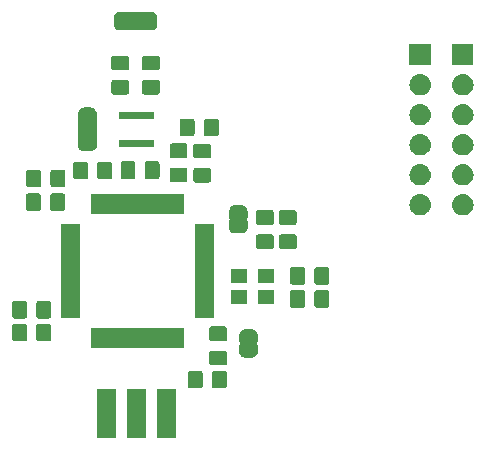
<source format=gts>
G04 #@! TF.GenerationSoftware,KiCad,Pcbnew,(5.1.4)-1*
G04 #@! TF.CreationDate,2020-11-30T17:40:18+01:00*
G04 #@! TF.ProjectId,BME680,424d4536-3830-42e6-9b69-6361645f7063,A*
G04 #@! TF.SameCoordinates,Original*
G04 #@! TF.FileFunction,Soldermask,Top*
G04 #@! TF.FilePolarity,Negative*
%FSLAX46Y46*%
G04 Gerber Fmt 4.6, Leading zero omitted, Abs format (unit mm)*
G04 Created by KiCad (PCBNEW (5.1.4)-1) date 2020-11-30 17:40:18*
%MOMM*%
%LPD*%
G04 APERTURE LIST*
%ADD10C,0.100000*%
G04 APERTURE END LIST*
D10*
G36*
X120773000Y-141219000D02*
G01*
X119147000Y-141219000D01*
X119147000Y-137117000D01*
X120773000Y-137117000D01*
X120773000Y-141219000D01*
X120773000Y-141219000D01*
G37*
G36*
X125853000Y-141219000D02*
G01*
X124227000Y-141219000D01*
X124227000Y-137117000D01*
X125853000Y-137117000D01*
X125853000Y-141219000D01*
X125853000Y-141219000D01*
G37*
G36*
X123313000Y-141219000D02*
G01*
X121687000Y-141219000D01*
X121687000Y-137117000D01*
X123313000Y-137117000D01*
X123313000Y-141219000D01*
X123313000Y-141219000D01*
G37*
G36*
X129958274Y-135546665D02*
G01*
X129995967Y-135558099D01*
X130030703Y-135576666D01*
X130061148Y-135601652D01*
X130086134Y-135632097D01*
X130104701Y-135666833D01*
X130116135Y-135704526D01*
X130120600Y-135749861D01*
X130120600Y-136836539D01*
X130116135Y-136881874D01*
X130104701Y-136919567D01*
X130086134Y-136954303D01*
X130061148Y-136984748D01*
X130030703Y-137009734D01*
X129995967Y-137028301D01*
X129958274Y-137039735D01*
X129912939Y-137044200D01*
X129076261Y-137044200D01*
X129030926Y-137039735D01*
X128993233Y-137028301D01*
X128958497Y-137009734D01*
X128928052Y-136984748D01*
X128903066Y-136954303D01*
X128884499Y-136919567D01*
X128873065Y-136881874D01*
X128868600Y-136836539D01*
X128868600Y-135749861D01*
X128873065Y-135704526D01*
X128884499Y-135666833D01*
X128903066Y-135632097D01*
X128928052Y-135601652D01*
X128958497Y-135576666D01*
X128993233Y-135558099D01*
X129030926Y-135546665D01*
X129076261Y-135542200D01*
X129912939Y-135542200D01*
X129958274Y-135546665D01*
X129958274Y-135546665D01*
G37*
G36*
X127908274Y-135546665D02*
G01*
X127945967Y-135558099D01*
X127980703Y-135576666D01*
X128011148Y-135601652D01*
X128036134Y-135632097D01*
X128054701Y-135666833D01*
X128066135Y-135704526D01*
X128070600Y-135749861D01*
X128070600Y-136836539D01*
X128066135Y-136881874D01*
X128054701Y-136919567D01*
X128036134Y-136954303D01*
X128011148Y-136984748D01*
X127980703Y-137009734D01*
X127945967Y-137028301D01*
X127908274Y-137039735D01*
X127862939Y-137044200D01*
X127026261Y-137044200D01*
X126980926Y-137039735D01*
X126943233Y-137028301D01*
X126908497Y-137009734D01*
X126878052Y-136984748D01*
X126853066Y-136954303D01*
X126834499Y-136919567D01*
X126823065Y-136881874D01*
X126818600Y-136836539D01*
X126818600Y-135749861D01*
X126823065Y-135704526D01*
X126834499Y-135666833D01*
X126853066Y-135632097D01*
X126878052Y-135601652D01*
X126908497Y-135576666D01*
X126943233Y-135558099D01*
X126980926Y-135546665D01*
X127026261Y-135542200D01*
X127862939Y-135542200D01*
X127908274Y-135546665D01*
X127908274Y-135546665D01*
G37*
G36*
X129972674Y-133851865D02*
G01*
X130010367Y-133863299D01*
X130045103Y-133881866D01*
X130075548Y-133906852D01*
X130100534Y-133937297D01*
X130119101Y-133972033D01*
X130130535Y-134009726D01*
X130135000Y-134055061D01*
X130135000Y-134891739D01*
X130130535Y-134937074D01*
X130119101Y-134974767D01*
X130100534Y-135009503D01*
X130075548Y-135039948D01*
X130045103Y-135064934D01*
X130010367Y-135083501D01*
X129972674Y-135094935D01*
X129927339Y-135099400D01*
X128840661Y-135099400D01*
X128795326Y-135094935D01*
X128757633Y-135083501D01*
X128722897Y-135064934D01*
X128692452Y-135039948D01*
X128667466Y-135009503D01*
X128648899Y-134974767D01*
X128637465Y-134937074D01*
X128633000Y-134891739D01*
X128633000Y-134055061D01*
X128637465Y-134009726D01*
X128648899Y-133972033D01*
X128667466Y-133937297D01*
X128692452Y-133906852D01*
X128722897Y-133881866D01*
X128757633Y-133863299D01*
X128795326Y-133851865D01*
X128840661Y-133847400D01*
X129927339Y-133847400D01*
X129972674Y-133851865D01*
X129972674Y-133851865D01*
G37*
G36*
X132211599Y-132034754D02*
G01*
X132223850Y-132035356D01*
X132242269Y-132035356D01*
X132264549Y-132037550D01*
X132348633Y-132054276D01*
X132370060Y-132060776D01*
X132449258Y-132093580D01*
X132454703Y-132096491D01*
X132454709Y-132096493D01*
X132463569Y-132101229D01*
X132463573Y-132101232D01*
X132469014Y-132104140D01*
X132540299Y-132151771D01*
X132557604Y-132165972D01*
X132618228Y-132226596D01*
X132632429Y-132243901D01*
X132680060Y-132315186D01*
X132682968Y-132320627D01*
X132682971Y-132320631D01*
X132687707Y-132329491D01*
X132687709Y-132329497D01*
X132690620Y-132334942D01*
X132723424Y-132414140D01*
X132729924Y-132435567D01*
X132746650Y-132519651D01*
X132748844Y-132541931D01*
X132748844Y-132560350D01*
X132749446Y-132572601D01*
X132751252Y-132590939D01*
X132751252Y-133078660D01*
X132749663Y-133094799D01*
X132746748Y-133104408D01*
X132742010Y-133113272D01*
X132735637Y-133121037D01*
X132723194Y-133131248D01*
X132712825Y-133138178D01*
X132695498Y-133155505D01*
X132681885Y-133175880D01*
X132672509Y-133198520D01*
X132667729Y-133222553D01*
X132667730Y-133247057D01*
X132672512Y-133271090D01*
X132681890Y-133293729D01*
X132695505Y-133314102D01*
X132712832Y-133331429D01*
X132723202Y-133338358D01*
X132735637Y-133348563D01*
X132742010Y-133356328D01*
X132746748Y-133365192D01*
X132749663Y-133374801D01*
X132751252Y-133390940D01*
X132751252Y-133878662D01*
X132749446Y-133896999D01*
X132748844Y-133909250D01*
X132748844Y-133927669D01*
X132746650Y-133949949D01*
X132729924Y-134034033D01*
X132723424Y-134055460D01*
X132690620Y-134134658D01*
X132687709Y-134140103D01*
X132687707Y-134140109D01*
X132682971Y-134148969D01*
X132682968Y-134148973D01*
X132680060Y-134154414D01*
X132632429Y-134225699D01*
X132618228Y-134243004D01*
X132557604Y-134303628D01*
X132540299Y-134317829D01*
X132469014Y-134365460D01*
X132463573Y-134368368D01*
X132463569Y-134368371D01*
X132454709Y-134373107D01*
X132454703Y-134373109D01*
X132449258Y-134376020D01*
X132370060Y-134408824D01*
X132348633Y-134415324D01*
X132264549Y-134432050D01*
X132242269Y-134434244D01*
X132223850Y-134434244D01*
X132211599Y-134434846D01*
X132193262Y-134436652D01*
X131705538Y-134436652D01*
X131687201Y-134434846D01*
X131674950Y-134434244D01*
X131656531Y-134434244D01*
X131634251Y-134432050D01*
X131550167Y-134415324D01*
X131528740Y-134408824D01*
X131449542Y-134376020D01*
X131444097Y-134373109D01*
X131444091Y-134373107D01*
X131435231Y-134368371D01*
X131435227Y-134368368D01*
X131429786Y-134365460D01*
X131358501Y-134317829D01*
X131341196Y-134303628D01*
X131280572Y-134243004D01*
X131266371Y-134225699D01*
X131218740Y-134154414D01*
X131215832Y-134148973D01*
X131215829Y-134148969D01*
X131211093Y-134140109D01*
X131211091Y-134140103D01*
X131208180Y-134134658D01*
X131175376Y-134055460D01*
X131168876Y-134034033D01*
X131152150Y-133949949D01*
X131149956Y-133927669D01*
X131149956Y-133909250D01*
X131149354Y-133896999D01*
X131147548Y-133878662D01*
X131147548Y-133390940D01*
X131149137Y-133374801D01*
X131152052Y-133365192D01*
X131156790Y-133356328D01*
X131163163Y-133348563D01*
X131175606Y-133338352D01*
X131185975Y-133331422D01*
X131203302Y-133314095D01*
X131216915Y-133293720D01*
X131226291Y-133271080D01*
X131231071Y-133247047D01*
X131231070Y-133222543D01*
X131226288Y-133198510D01*
X131216910Y-133175871D01*
X131203295Y-133155498D01*
X131185968Y-133138171D01*
X131175598Y-133131242D01*
X131163163Y-133121037D01*
X131156790Y-133113272D01*
X131152052Y-133104408D01*
X131149137Y-133094799D01*
X131147548Y-133078660D01*
X131147548Y-132590939D01*
X131149354Y-132572601D01*
X131149956Y-132560350D01*
X131149956Y-132541931D01*
X131152150Y-132519651D01*
X131168876Y-132435567D01*
X131175376Y-132414140D01*
X131208180Y-132334942D01*
X131211091Y-132329497D01*
X131211093Y-132329491D01*
X131215829Y-132320631D01*
X131215832Y-132320627D01*
X131218740Y-132315186D01*
X131266371Y-132243901D01*
X131280572Y-132226596D01*
X131341196Y-132165972D01*
X131358501Y-132151771D01*
X131429786Y-132104140D01*
X131435227Y-132101232D01*
X131435231Y-132101229D01*
X131444091Y-132096493D01*
X131444097Y-132096491D01*
X131449542Y-132093580D01*
X131528740Y-132060776D01*
X131550167Y-132054276D01*
X131634251Y-132037550D01*
X131656531Y-132035356D01*
X131674950Y-132035356D01*
X131687201Y-132034754D01*
X131705539Y-132032948D01*
X132193261Y-132032948D01*
X132211599Y-132034754D01*
X132211599Y-132034754D01*
G37*
G36*
X118971695Y-131948723D02*
G01*
X118978709Y-131950851D01*
X118992477Y-131958210D01*
X119015116Y-131967587D01*
X119039149Y-131972367D01*
X119063653Y-131972367D01*
X119087686Y-131967586D01*
X119110323Y-131958210D01*
X119124091Y-131950851D01*
X119131105Y-131948723D01*
X119144540Y-131947400D01*
X119458260Y-131947400D01*
X119471695Y-131948723D01*
X119478709Y-131950851D01*
X119492477Y-131958210D01*
X119515116Y-131967587D01*
X119539149Y-131972367D01*
X119563653Y-131972367D01*
X119587686Y-131967586D01*
X119610323Y-131958210D01*
X119624091Y-131950851D01*
X119631105Y-131948723D01*
X119644540Y-131947400D01*
X119958260Y-131947400D01*
X119971695Y-131948723D01*
X119978709Y-131950851D01*
X119992477Y-131958210D01*
X120015116Y-131967587D01*
X120039149Y-131972367D01*
X120063653Y-131972367D01*
X120087686Y-131967586D01*
X120110323Y-131958210D01*
X120124091Y-131950851D01*
X120131105Y-131948723D01*
X120144540Y-131947400D01*
X120458260Y-131947400D01*
X120471695Y-131948723D01*
X120478709Y-131950851D01*
X120492477Y-131958210D01*
X120515116Y-131967587D01*
X120539149Y-131972367D01*
X120563653Y-131972367D01*
X120587686Y-131967586D01*
X120610323Y-131958210D01*
X120624091Y-131950851D01*
X120631105Y-131948723D01*
X120644540Y-131947400D01*
X120958260Y-131947400D01*
X120971695Y-131948723D01*
X120978709Y-131950851D01*
X120992477Y-131958210D01*
X121015116Y-131967587D01*
X121039149Y-131972367D01*
X121063653Y-131972367D01*
X121087686Y-131967586D01*
X121110323Y-131958210D01*
X121124091Y-131950851D01*
X121131105Y-131948723D01*
X121144540Y-131947400D01*
X121458260Y-131947400D01*
X121471695Y-131948723D01*
X121478709Y-131950851D01*
X121492477Y-131958210D01*
X121515116Y-131967587D01*
X121539149Y-131972367D01*
X121563653Y-131972367D01*
X121587686Y-131967586D01*
X121610323Y-131958210D01*
X121624091Y-131950851D01*
X121631105Y-131948723D01*
X121644540Y-131947400D01*
X121958260Y-131947400D01*
X121971695Y-131948723D01*
X121978709Y-131950851D01*
X121992477Y-131958210D01*
X122015116Y-131967587D01*
X122039149Y-131972367D01*
X122063653Y-131972367D01*
X122087686Y-131967586D01*
X122110323Y-131958210D01*
X122124091Y-131950851D01*
X122131105Y-131948723D01*
X122144540Y-131947400D01*
X122458260Y-131947400D01*
X122471695Y-131948723D01*
X122478709Y-131950851D01*
X122492477Y-131958210D01*
X122515116Y-131967587D01*
X122539149Y-131972367D01*
X122563653Y-131972367D01*
X122587686Y-131967586D01*
X122610323Y-131958210D01*
X122624091Y-131950851D01*
X122631105Y-131948723D01*
X122644540Y-131947400D01*
X122958260Y-131947400D01*
X122971695Y-131948723D01*
X122978709Y-131950851D01*
X122992477Y-131958210D01*
X123015116Y-131967587D01*
X123039149Y-131972367D01*
X123063653Y-131972367D01*
X123087686Y-131967586D01*
X123110323Y-131958210D01*
X123124091Y-131950851D01*
X123131105Y-131948723D01*
X123144540Y-131947400D01*
X123458260Y-131947400D01*
X123471695Y-131948723D01*
X123478709Y-131950851D01*
X123492477Y-131958210D01*
X123515116Y-131967587D01*
X123539149Y-131972367D01*
X123563653Y-131972367D01*
X123587686Y-131967586D01*
X123610323Y-131958210D01*
X123624091Y-131950851D01*
X123631105Y-131948723D01*
X123644540Y-131947400D01*
X123958260Y-131947400D01*
X123971695Y-131948723D01*
X123978709Y-131950851D01*
X123992477Y-131958210D01*
X124015116Y-131967587D01*
X124039149Y-131972367D01*
X124063653Y-131972367D01*
X124087686Y-131967586D01*
X124110323Y-131958210D01*
X124124091Y-131950851D01*
X124131105Y-131948723D01*
X124144540Y-131947400D01*
X124458260Y-131947400D01*
X124471695Y-131948723D01*
X124478709Y-131950851D01*
X124492477Y-131958210D01*
X124515116Y-131967587D01*
X124539149Y-131972367D01*
X124563653Y-131972367D01*
X124587686Y-131967586D01*
X124610323Y-131958210D01*
X124624091Y-131950851D01*
X124631105Y-131948723D01*
X124644540Y-131947400D01*
X124958260Y-131947400D01*
X124971695Y-131948723D01*
X124978709Y-131950851D01*
X124992477Y-131958210D01*
X125015116Y-131967587D01*
X125039149Y-131972367D01*
X125063653Y-131972367D01*
X125087686Y-131967586D01*
X125110323Y-131958210D01*
X125124091Y-131950851D01*
X125131105Y-131948723D01*
X125144540Y-131947400D01*
X125458260Y-131947400D01*
X125471695Y-131948723D01*
X125478709Y-131950851D01*
X125492477Y-131958210D01*
X125515116Y-131967587D01*
X125539149Y-131972367D01*
X125563653Y-131972367D01*
X125587686Y-131967586D01*
X125610323Y-131958210D01*
X125624091Y-131950851D01*
X125631105Y-131948723D01*
X125644540Y-131947400D01*
X125958260Y-131947400D01*
X125971695Y-131948723D01*
X125978709Y-131950851D01*
X125992477Y-131958210D01*
X126015116Y-131967587D01*
X126039149Y-131972367D01*
X126063653Y-131972367D01*
X126087686Y-131967586D01*
X126110323Y-131958210D01*
X126124091Y-131950851D01*
X126131105Y-131948723D01*
X126144540Y-131947400D01*
X126458260Y-131947400D01*
X126471695Y-131948723D01*
X126478710Y-131950851D01*
X126485176Y-131954308D01*
X126490842Y-131958958D01*
X126495492Y-131964624D01*
X126498949Y-131971090D01*
X126501077Y-131978105D01*
X126502400Y-131991540D01*
X126502400Y-133555260D01*
X126501077Y-133568695D01*
X126498949Y-133575710D01*
X126495492Y-133582176D01*
X126490842Y-133587842D01*
X126485176Y-133592492D01*
X126478710Y-133595949D01*
X126471695Y-133598077D01*
X126458260Y-133599400D01*
X126144540Y-133599400D01*
X126131105Y-133598077D01*
X126124091Y-133595949D01*
X126110323Y-133588590D01*
X126087684Y-133579213D01*
X126063651Y-133574433D01*
X126039147Y-133574433D01*
X126015114Y-133579214D01*
X125992477Y-133588590D01*
X125978709Y-133595949D01*
X125971695Y-133598077D01*
X125958260Y-133599400D01*
X125644540Y-133599400D01*
X125631105Y-133598077D01*
X125624091Y-133595949D01*
X125610323Y-133588590D01*
X125587684Y-133579213D01*
X125563651Y-133574433D01*
X125539147Y-133574433D01*
X125515114Y-133579214D01*
X125492477Y-133588590D01*
X125478709Y-133595949D01*
X125471695Y-133598077D01*
X125458260Y-133599400D01*
X125144540Y-133599400D01*
X125131105Y-133598077D01*
X125124091Y-133595949D01*
X125110323Y-133588590D01*
X125087684Y-133579213D01*
X125063651Y-133574433D01*
X125039147Y-133574433D01*
X125015114Y-133579214D01*
X124992477Y-133588590D01*
X124978709Y-133595949D01*
X124971695Y-133598077D01*
X124958260Y-133599400D01*
X124644540Y-133599400D01*
X124631105Y-133598077D01*
X124624091Y-133595949D01*
X124610323Y-133588590D01*
X124587684Y-133579213D01*
X124563651Y-133574433D01*
X124539147Y-133574433D01*
X124515114Y-133579214D01*
X124492477Y-133588590D01*
X124478709Y-133595949D01*
X124471695Y-133598077D01*
X124458260Y-133599400D01*
X124144540Y-133599400D01*
X124131105Y-133598077D01*
X124124091Y-133595949D01*
X124110323Y-133588590D01*
X124087684Y-133579213D01*
X124063651Y-133574433D01*
X124039147Y-133574433D01*
X124015114Y-133579214D01*
X123992477Y-133588590D01*
X123978709Y-133595949D01*
X123971695Y-133598077D01*
X123958260Y-133599400D01*
X123644540Y-133599400D01*
X123631105Y-133598077D01*
X123624091Y-133595949D01*
X123610323Y-133588590D01*
X123587684Y-133579213D01*
X123563651Y-133574433D01*
X123539147Y-133574433D01*
X123515114Y-133579214D01*
X123492477Y-133588590D01*
X123478709Y-133595949D01*
X123471695Y-133598077D01*
X123458260Y-133599400D01*
X123144540Y-133599400D01*
X123131105Y-133598077D01*
X123124091Y-133595949D01*
X123110323Y-133588590D01*
X123087684Y-133579213D01*
X123063651Y-133574433D01*
X123039147Y-133574433D01*
X123015114Y-133579214D01*
X122992477Y-133588590D01*
X122978709Y-133595949D01*
X122971695Y-133598077D01*
X122958260Y-133599400D01*
X122644540Y-133599400D01*
X122631105Y-133598077D01*
X122624091Y-133595949D01*
X122610323Y-133588590D01*
X122587684Y-133579213D01*
X122563651Y-133574433D01*
X122539147Y-133574433D01*
X122515114Y-133579214D01*
X122492477Y-133588590D01*
X122478709Y-133595949D01*
X122471695Y-133598077D01*
X122458260Y-133599400D01*
X122144540Y-133599400D01*
X122131105Y-133598077D01*
X122124091Y-133595949D01*
X122110323Y-133588590D01*
X122087684Y-133579213D01*
X122063651Y-133574433D01*
X122039147Y-133574433D01*
X122015114Y-133579214D01*
X121992477Y-133588590D01*
X121978709Y-133595949D01*
X121971695Y-133598077D01*
X121958260Y-133599400D01*
X121644540Y-133599400D01*
X121631105Y-133598077D01*
X121624091Y-133595949D01*
X121610323Y-133588590D01*
X121587684Y-133579213D01*
X121563651Y-133574433D01*
X121539147Y-133574433D01*
X121515114Y-133579214D01*
X121492477Y-133588590D01*
X121478709Y-133595949D01*
X121471695Y-133598077D01*
X121458260Y-133599400D01*
X121144540Y-133599400D01*
X121131105Y-133598077D01*
X121124091Y-133595949D01*
X121110323Y-133588590D01*
X121087684Y-133579213D01*
X121063651Y-133574433D01*
X121039147Y-133574433D01*
X121015114Y-133579214D01*
X120992477Y-133588590D01*
X120978709Y-133595949D01*
X120971695Y-133598077D01*
X120958260Y-133599400D01*
X120644540Y-133599400D01*
X120631105Y-133598077D01*
X120624091Y-133595949D01*
X120610323Y-133588590D01*
X120587684Y-133579213D01*
X120563651Y-133574433D01*
X120539147Y-133574433D01*
X120515114Y-133579214D01*
X120492477Y-133588590D01*
X120478709Y-133595949D01*
X120471695Y-133598077D01*
X120458260Y-133599400D01*
X120144540Y-133599400D01*
X120131105Y-133598077D01*
X120124091Y-133595949D01*
X120110323Y-133588590D01*
X120087684Y-133579213D01*
X120063651Y-133574433D01*
X120039147Y-133574433D01*
X120015114Y-133579214D01*
X119992477Y-133588590D01*
X119978709Y-133595949D01*
X119971695Y-133598077D01*
X119958260Y-133599400D01*
X119644540Y-133599400D01*
X119631105Y-133598077D01*
X119624091Y-133595949D01*
X119610323Y-133588590D01*
X119587684Y-133579213D01*
X119563651Y-133574433D01*
X119539147Y-133574433D01*
X119515114Y-133579214D01*
X119492477Y-133588590D01*
X119478709Y-133595949D01*
X119471695Y-133598077D01*
X119458260Y-133599400D01*
X119144540Y-133599400D01*
X119131105Y-133598077D01*
X119124091Y-133595949D01*
X119110323Y-133588590D01*
X119087684Y-133579213D01*
X119063651Y-133574433D01*
X119039147Y-133574433D01*
X119015114Y-133579214D01*
X118992477Y-133588590D01*
X118978709Y-133595949D01*
X118971695Y-133598077D01*
X118958260Y-133599400D01*
X118644540Y-133599400D01*
X118631105Y-133598077D01*
X118624090Y-133595949D01*
X118617624Y-133592492D01*
X118611958Y-133587842D01*
X118607308Y-133582176D01*
X118603851Y-133575710D01*
X118601723Y-133568695D01*
X118600400Y-133555260D01*
X118600400Y-131991540D01*
X118601723Y-131978105D01*
X118603851Y-131971090D01*
X118607308Y-131964624D01*
X118611958Y-131958958D01*
X118617624Y-131954308D01*
X118624090Y-131950851D01*
X118631105Y-131948723D01*
X118644540Y-131947400D01*
X118958260Y-131947400D01*
X118971695Y-131948723D01*
X118971695Y-131948723D01*
G37*
G36*
X113032874Y-131558865D02*
G01*
X113070567Y-131570299D01*
X113105303Y-131588866D01*
X113135748Y-131613852D01*
X113160734Y-131644297D01*
X113179301Y-131679033D01*
X113190735Y-131716726D01*
X113195200Y-131762061D01*
X113195200Y-132848739D01*
X113190735Y-132894074D01*
X113179301Y-132931767D01*
X113160734Y-132966503D01*
X113135748Y-132996948D01*
X113105303Y-133021934D01*
X113070567Y-133040501D01*
X113032874Y-133051935D01*
X112987539Y-133056400D01*
X112150861Y-133056400D01*
X112105526Y-133051935D01*
X112067833Y-133040501D01*
X112033097Y-133021934D01*
X112002652Y-132996948D01*
X111977666Y-132966503D01*
X111959099Y-132931767D01*
X111947665Y-132894074D01*
X111943200Y-132848739D01*
X111943200Y-131762061D01*
X111947665Y-131716726D01*
X111959099Y-131679033D01*
X111977666Y-131644297D01*
X112002652Y-131613852D01*
X112033097Y-131588866D01*
X112067833Y-131570299D01*
X112105526Y-131558865D01*
X112150861Y-131554400D01*
X112987539Y-131554400D01*
X113032874Y-131558865D01*
X113032874Y-131558865D01*
G37*
G36*
X115082874Y-131558865D02*
G01*
X115120567Y-131570299D01*
X115155303Y-131588866D01*
X115185748Y-131613852D01*
X115210734Y-131644297D01*
X115229301Y-131679033D01*
X115240735Y-131716726D01*
X115245200Y-131762061D01*
X115245200Y-132848739D01*
X115240735Y-132894074D01*
X115229301Y-132931767D01*
X115210734Y-132966503D01*
X115185748Y-132996948D01*
X115155303Y-133021934D01*
X115120567Y-133040501D01*
X115082874Y-133051935D01*
X115037539Y-133056400D01*
X114200861Y-133056400D01*
X114155526Y-133051935D01*
X114117833Y-133040501D01*
X114083097Y-133021934D01*
X114052652Y-132996948D01*
X114027666Y-132966503D01*
X114009099Y-132931767D01*
X113997665Y-132894074D01*
X113993200Y-132848739D01*
X113993200Y-131762061D01*
X113997665Y-131716726D01*
X114009099Y-131679033D01*
X114027666Y-131644297D01*
X114052652Y-131613852D01*
X114083097Y-131588866D01*
X114117833Y-131570299D01*
X114155526Y-131558865D01*
X114200861Y-131554400D01*
X115037539Y-131554400D01*
X115082874Y-131558865D01*
X115082874Y-131558865D01*
G37*
G36*
X129972674Y-131801865D02*
G01*
X130010367Y-131813299D01*
X130045103Y-131831866D01*
X130075548Y-131856852D01*
X130100534Y-131887297D01*
X130119101Y-131922033D01*
X130130535Y-131959726D01*
X130135000Y-132005061D01*
X130135000Y-132841739D01*
X130130535Y-132887074D01*
X130119101Y-132924767D01*
X130100534Y-132959503D01*
X130075548Y-132989948D01*
X130045103Y-133014934D01*
X130010367Y-133033501D01*
X129972674Y-133044935D01*
X129927339Y-133049400D01*
X128840661Y-133049400D01*
X128795326Y-133044935D01*
X128757633Y-133033501D01*
X128722897Y-133014934D01*
X128692452Y-132989948D01*
X128667466Y-132959503D01*
X128648899Y-132924767D01*
X128637465Y-132887074D01*
X128633000Y-132841739D01*
X128633000Y-132005061D01*
X128637465Y-131959726D01*
X128648899Y-131922033D01*
X128667466Y-131887297D01*
X128692452Y-131856852D01*
X128722897Y-131831866D01*
X128757633Y-131813299D01*
X128795326Y-131801865D01*
X128840661Y-131797400D01*
X129927339Y-131797400D01*
X129972674Y-131801865D01*
X129972674Y-131801865D01*
G37*
G36*
X115082874Y-129628465D02*
G01*
X115120567Y-129639899D01*
X115155303Y-129658466D01*
X115185748Y-129683452D01*
X115210734Y-129713897D01*
X115229301Y-129748633D01*
X115240735Y-129786326D01*
X115245200Y-129831661D01*
X115245200Y-130918339D01*
X115240735Y-130963674D01*
X115229301Y-131001367D01*
X115210734Y-131036103D01*
X115185748Y-131066548D01*
X115155303Y-131091534D01*
X115120567Y-131110101D01*
X115082874Y-131121535D01*
X115037539Y-131126000D01*
X114200861Y-131126000D01*
X114155526Y-131121535D01*
X114117833Y-131110101D01*
X114083097Y-131091534D01*
X114052652Y-131066548D01*
X114027666Y-131036103D01*
X114009099Y-131001367D01*
X113997665Y-130963674D01*
X113993200Y-130918339D01*
X113993200Y-129831661D01*
X113997665Y-129786326D01*
X114009099Y-129748633D01*
X114027666Y-129713897D01*
X114052652Y-129683452D01*
X114083097Y-129658466D01*
X114117833Y-129639899D01*
X114155526Y-129628465D01*
X114200861Y-129624000D01*
X115037539Y-129624000D01*
X115082874Y-129628465D01*
X115082874Y-129628465D01*
G37*
G36*
X113032874Y-129628465D02*
G01*
X113070567Y-129639899D01*
X113105303Y-129658466D01*
X113135748Y-129683452D01*
X113160734Y-129713897D01*
X113179301Y-129748633D01*
X113190735Y-129786326D01*
X113195200Y-129831661D01*
X113195200Y-130918339D01*
X113190735Y-130963674D01*
X113179301Y-131001367D01*
X113160734Y-131036103D01*
X113135748Y-131066548D01*
X113105303Y-131091534D01*
X113070567Y-131110101D01*
X113032874Y-131121535D01*
X112987539Y-131126000D01*
X112150861Y-131126000D01*
X112105526Y-131121535D01*
X112067833Y-131110101D01*
X112033097Y-131091534D01*
X112002652Y-131066548D01*
X111977666Y-131036103D01*
X111959099Y-131001367D01*
X111947665Y-130963674D01*
X111943200Y-130918339D01*
X111943200Y-129831661D01*
X111947665Y-129786326D01*
X111959099Y-129748633D01*
X111977666Y-129713897D01*
X112002652Y-129683452D01*
X112033097Y-129658466D01*
X112067833Y-129639899D01*
X112105526Y-129628465D01*
X112150861Y-129624000D01*
X112987539Y-129624000D01*
X113032874Y-129628465D01*
X113032874Y-129628465D01*
G37*
G36*
X129021695Y-123148723D02*
G01*
X129028710Y-123150851D01*
X129035176Y-123154308D01*
X129040842Y-123158958D01*
X129045492Y-123164624D01*
X129048949Y-123171090D01*
X129051077Y-123178105D01*
X129052400Y-123191540D01*
X129052400Y-123505260D01*
X129051077Y-123518695D01*
X129048949Y-123525709D01*
X129041590Y-123539477D01*
X129032213Y-123562116D01*
X129027433Y-123586149D01*
X129027433Y-123610653D01*
X129032214Y-123634686D01*
X129041590Y-123657323D01*
X129048949Y-123671091D01*
X129051077Y-123678105D01*
X129052400Y-123691540D01*
X129052400Y-124005260D01*
X129051077Y-124018695D01*
X129048949Y-124025709D01*
X129041590Y-124039477D01*
X129032213Y-124062116D01*
X129027433Y-124086149D01*
X129027433Y-124110653D01*
X129032214Y-124134686D01*
X129041590Y-124157323D01*
X129048949Y-124171091D01*
X129051077Y-124178105D01*
X129052400Y-124191540D01*
X129052400Y-124505260D01*
X129051077Y-124518695D01*
X129048949Y-124525709D01*
X129041590Y-124539477D01*
X129032213Y-124562116D01*
X129027433Y-124586149D01*
X129027433Y-124610653D01*
X129032214Y-124634686D01*
X129041590Y-124657323D01*
X129048949Y-124671091D01*
X129051077Y-124678105D01*
X129052400Y-124691540D01*
X129052400Y-125005260D01*
X129051077Y-125018695D01*
X129048949Y-125025709D01*
X129041590Y-125039477D01*
X129032213Y-125062116D01*
X129027433Y-125086149D01*
X129027433Y-125110653D01*
X129032214Y-125134686D01*
X129041590Y-125157323D01*
X129048949Y-125171091D01*
X129051077Y-125178105D01*
X129052400Y-125191540D01*
X129052400Y-125505260D01*
X129051077Y-125518695D01*
X129048949Y-125525709D01*
X129041590Y-125539477D01*
X129032213Y-125562116D01*
X129027433Y-125586149D01*
X129027433Y-125610653D01*
X129032214Y-125634686D01*
X129041590Y-125657323D01*
X129048949Y-125671091D01*
X129051077Y-125678105D01*
X129052400Y-125691540D01*
X129052400Y-126005260D01*
X129051077Y-126018695D01*
X129048949Y-126025709D01*
X129041590Y-126039477D01*
X129032213Y-126062116D01*
X129027433Y-126086149D01*
X129027433Y-126110653D01*
X129032214Y-126134686D01*
X129041590Y-126157323D01*
X129048949Y-126171091D01*
X129051077Y-126178105D01*
X129052400Y-126191540D01*
X129052400Y-126505260D01*
X129051077Y-126518695D01*
X129048949Y-126525709D01*
X129041590Y-126539477D01*
X129032213Y-126562116D01*
X129027433Y-126586149D01*
X129027433Y-126610653D01*
X129032214Y-126634686D01*
X129041590Y-126657323D01*
X129048949Y-126671091D01*
X129051077Y-126678105D01*
X129052400Y-126691540D01*
X129052400Y-127005260D01*
X129051077Y-127018695D01*
X129048949Y-127025709D01*
X129041590Y-127039477D01*
X129032213Y-127062116D01*
X129027433Y-127086149D01*
X129027433Y-127110653D01*
X129032214Y-127134686D01*
X129041590Y-127157323D01*
X129048949Y-127171091D01*
X129051077Y-127178105D01*
X129052400Y-127191540D01*
X129052400Y-127505260D01*
X129051077Y-127518695D01*
X129048949Y-127525709D01*
X129041590Y-127539477D01*
X129032213Y-127562116D01*
X129027433Y-127586149D01*
X129027433Y-127610653D01*
X129032214Y-127634686D01*
X129041590Y-127657323D01*
X129048949Y-127671091D01*
X129051077Y-127678105D01*
X129052400Y-127691540D01*
X129052400Y-128005260D01*
X129051077Y-128018695D01*
X129048949Y-128025709D01*
X129041590Y-128039477D01*
X129032213Y-128062116D01*
X129027433Y-128086149D01*
X129027433Y-128110653D01*
X129032214Y-128134686D01*
X129041590Y-128157323D01*
X129048949Y-128171091D01*
X129051077Y-128178105D01*
X129052400Y-128191540D01*
X129052400Y-128505260D01*
X129051077Y-128518695D01*
X129048949Y-128525709D01*
X129041590Y-128539477D01*
X129032213Y-128562116D01*
X129027433Y-128586149D01*
X129027433Y-128610653D01*
X129032214Y-128634686D01*
X129041590Y-128657323D01*
X129048949Y-128671091D01*
X129051077Y-128678105D01*
X129052400Y-128691540D01*
X129052400Y-129005260D01*
X129051077Y-129018695D01*
X129048949Y-129025709D01*
X129041590Y-129039477D01*
X129032213Y-129062116D01*
X129027433Y-129086149D01*
X129027433Y-129110653D01*
X129032214Y-129134686D01*
X129041590Y-129157323D01*
X129048949Y-129171091D01*
X129051077Y-129178105D01*
X129052400Y-129191540D01*
X129052400Y-129505260D01*
X129051077Y-129518695D01*
X129048949Y-129525709D01*
X129041590Y-129539477D01*
X129032213Y-129562116D01*
X129027433Y-129586149D01*
X129027433Y-129610653D01*
X129032214Y-129634686D01*
X129041590Y-129657323D01*
X129048949Y-129671091D01*
X129051077Y-129678105D01*
X129052400Y-129691540D01*
X129052400Y-130005260D01*
X129051077Y-130018695D01*
X129048949Y-130025709D01*
X129041590Y-130039477D01*
X129032213Y-130062116D01*
X129027433Y-130086149D01*
X129027433Y-130110653D01*
X129032214Y-130134686D01*
X129041590Y-130157323D01*
X129048949Y-130171091D01*
X129051077Y-130178105D01*
X129052400Y-130191540D01*
X129052400Y-130505260D01*
X129051077Y-130518695D01*
X129048949Y-130525709D01*
X129041590Y-130539477D01*
X129032213Y-130562116D01*
X129027433Y-130586149D01*
X129027433Y-130610653D01*
X129032214Y-130634686D01*
X129041590Y-130657323D01*
X129048949Y-130671091D01*
X129051077Y-130678105D01*
X129052400Y-130691540D01*
X129052400Y-131005260D01*
X129051077Y-131018695D01*
X129048949Y-131025710D01*
X129045492Y-131032176D01*
X129040842Y-131037842D01*
X129035176Y-131042492D01*
X129028710Y-131045949D01*
X129021695Y-131048077D01*
X129008260Y-131049400D01*
X127444540Y-131049400D01*
X127431105Y-131048077D01*
X127424090Y-131045949D01*
X127417624Y-131042492D01*
X127411958Y-131037842D01*
X127407308Y-131032176D01*
X127403851Y-131025710D01*
X127401723Y-131018695D01*
X127400400Y-131005260D01*
X127400400Y-130691540D01*
X127401723Y-130678105D01*
X127403851Y-130671091D01*
X127411210Y-130657323D01*
X127420587Y-130634684D01*
X127425367Y-130610651D01*
X127425367Y-130586147D01*
X127420586Y-130562114D01*
X127411210Y-130539477D01*
X127403851Y-130525709D01*
X127401723Y-130518695D01*
X127400400Y-130505260D01*
X127400400Y-130191540D01*
X127401723Y-130178105D01*
X127403851Y-130171091D01*
X127411210Y-130157323D01*
X127420587Y-130134684D01*
X127425367Y-130110651D01*
X127425367Y-130086147D01*
X127420586Y-130062114D01*
X127411210Y-130039477D01*
X127403851Y-130025709D01*
X127401723Y-130018695D01*
X127400400Y-130005260D01*
X127400400Y-129691540D01*
X127401723Y-129678105D01*
X127403851Y-129671091D01*
X127411210Y-129657323D01*
X127420587Y-129634684D01*
X127425367Y-129610651D01*
X127425367Y-129586147D01*
X127420586Y-129562114D01*
X127411210Y-129539477D01*
X127403851Y-129525709D01*
X127401723Y-129518695D01*
X127400400Y-129505260D01*
X127400400Y-129191540D01*
X127401723Y-129178105D01*
X127403851Y-129171091D01*
X127411210Y-129157323D01*
X127420587Y-129134684D01*
X127425367Y-129110651D01*
X127425367Y-129086147D01*
X127420586Y-129062114D01*
X127411210Y-129039477D01*
X127403851Y-129025709D01*
X127401723Y-129018695D01*
X127400400Y-129005260D01*
X127400400Y-128691540D01*
X127401723Y-128678105D01*
X127403851Y-128671091D01*
X127411210Y-128657323D01*
X127420587Y-128634684D01*
X127425367Y-128610651D01*
X127425367Y-128586147D01*
X127420586Y-128562114D01*
X127411210Y-128539477D01*
X127403851Y-128525709D01*
X127401723Y-128518695D01*
X127400400Y-128505260D01*
X127400400Y-128191540D01*
X127401723Y-128178105D01*
X127403851Y-128171091D01*
X127411210Y-128157323D01*
X127420587Y-128134684D01*
X127425367Y-128110651D01*
X127425367Y-128086147D01*
X127420586Y-128062114D01*
X127411210Y-128039477D01*
X127403851Y-128025709D01*
X127401723Y-128018695D01*
X127400400Y-128005260D01*
X127400400Y-127691540D01*
X127401723Y-127678105D01*
X127403851Y-127671091D01*
X127411210Y-127657323D01*
X127420587Y-127634684D01*
X127425367Y-127610651D01*
X127425367Y-127586147D01*
X127420586Y-127562114D01*
X127411210Y-127539477D01*
X127403851Y-127525709D01*
X127401723Y-127518695D01*
X127400400Y-127505260D01*
X127400400Y-127191540D01*
X127401723Y-127178105D01*
X127403851Y-127171091D01*
X127411210Y-127157323D01*
X127420587Y-127134684D01*
X127425367Y-127110651D01*
X127425367Y-127086147D01*
X127420586Y-127062114D01*
X127411210Y-127039477D01*
X127403851Y-127025709D01*
X127401723Y-127018695D01*
X127400400Y-127005260D01*
X127400400Y-126691540D01*
X127401723Y-126678105D01*
X127403851Y-126671091D01*
X127411210Y-126657323D01*
X127420587Y-126634684D01*
X127425367Y-126610651D01*
X127425367Y-126586147D01*
X127420586Y-126562114D01*
X127411210Y-126539477D01*
X127403851Y-126525709D01*
X127401723Y-126518695D01*
X127400400Y-126505260D01*
X127400400Y-126191540D01*
X127401723Y-126178105D01*
X127403851Y-126171091D01*
X127411210Y-126157323D01*
X127420587Y-126134684D01*
X127425367Y-126110651D01*
X127425367Y-126086147D01*
X127420586Y-126062114D01*
X127411210Y-126039477D01*
X127403851Y-126025709D01*
X127401723Y-126018695D01*
X127400400Y-126005260D01*
X127400400Y-125691540D01*
X127401723Y-125678105D01*
X127403851Y-125671091D01*
X127411210Y-125657323D01*
X127420587Y-125634684D01*
X127425367Y-125610651D01*
X127425367Y-125586147D01*
X127420586Y-125562114D01*
X127411210Y-125539477D01*
X127403851Y-125525709D01*
X127401723Y-125518695D01*
X127400400Y-125505260D01*
X127400400Y-125191540D01*
X127401723Y-125178105D01*
X127403851Y-125171091D01*
X127411210Y-125157323D01*
X127420587Y-125134684D01*
X127425367Y-125110651D01*
X127425367Y-125086147D01*
X127420586Y-125062114D01*
X127411210Y-125039477D01*
X127403851Y-125025709D01*
X127401723Y-125018695D01*
X127400400Y-125005260D01*
X127400400Y-124691540D01*
X127401723Y-124678105D01*
X127403851Y-124671091D01*
X127411210Y-124657323D01*
X127420587Y-124634684D01*
X127425367Y-124610651D01*
X127425367Y-124586147D01*
X127420586Y-124562114D01*
X127411210Y-124539477D01*
X127403851Y-124525709D01*
X127401723Y-124518695D01*
X127400400Y-124505260D01*
X127400400Y-124191540D01*
X127401723Y-124178105D01*
X127403851Y-124171091D01*
X127411210Y-124157323D01*
X127420587Y-124134684D01*
X127425367Y-124110651D01*
X127425367Y-124086147D01*
X127420586Y-124062114D01*
X127411210Y-124039477D01*
X127403851Y-124025709D01*
X127401723Y-124018695D01*
X127400400Y-124005260D01*
X127400400Y-123691540D01*
X127401723Y-123678105D01*
X127403851Y-123671091D01*
X127411210Y-123657323D01*
X127420587Y-123634684D01*
X127425367Y-123610651D01*
X127425367Y-123586147D01*
X127420586Y-123562114D01*
X127411210Y-123539477D01*
X127403851Y-123525709D01*
X127401723Y-123518695D01*
X127400400Y-123505260D01*
X127400400Y-123191540D01*
X127401723Y-123178105D01*
X127403851Y-123171090D01*
X127407308Y-123164624D01*
X127411958Y-123158958D01*
X127417624Y-123154308D01*
X127424090Y-123150851D01*
X127431105Y-123148723D01*
X127444540Y-123147400D01*
X129008260Y-123147400D01*
X129021695Y-123148723D01*
X129021695Y-123148723D01*
G37*
G36*
X117671695Y-123148723D02*
G01*
X117678710Y-123150851D01*
X117685176Y-123154308D01*
X117690842Y-123158958D01*
X117695492Y-123164624D01*
X117698949Y-123171090D01*
X117701077Y-123178105D01*
X117702400Y-123191540D01*
X117702400Y-123505260D01*
X117701077Y-123518695D01*
X117698949Y-123525709D01*
X117691590Y-123539477D01*
X117682213Y-123562116D01*
X117677433Y-123586149D01*
X117677433Y-123610653D01*
X117682214Y-123634686D01*
X117691590Y-123657323D01*
X117698949Y-123671091D01*
X117701077Y-123678105D01*
X117702400Y-123691540D01*
X117702400Y-124005260D01*
X117701077Y-124018695D01*
X117698949Y-124025709D01*
X117691590Y-124039477D01*
X117682213Y-124062116D01*
X117677433Y-124086149D01*
X117677433Y-124110653D01*
X117682214Y-124134686D01*
X117691590Y-124157323D01*
X117698949Y-124171091D01*
X117701077Y-124178105D01*
X117702400Y-124191540D01*
X117702400Y-124505260D01*
X117701077Y-124518695D01*
X117698949Y-124525709D01*
X117691590Y-124539477D01*
X117682213Y-124562116D01*
X117677433Y-124586149D01*
X117677433Y-124610653D01*
X117682214Y-124634686D01*
X117691590Y-124657323D01*
X117698949Y-124671091D01*
X117701077Y-124678105D01*
X117702400Y-124691540D01*
X117702400Y-125005260D01*
X117701077Y-125018695D01*
X117698949Y-125025709D01*
X117691590Y-125039477D01*
X117682213Y-125062116D01*
X117677433Y-125086149D01*
X117677433Y-125110653D01*
X117682214Y-125134686D01*
X117691590Y-125157323D01*
X117698949Y-125171091D01*
X117701077Y-125178105D01*
X117702400Y-125191540D01*
X117702400Y-125505260D01*
X117701077Y-125518695D01*
X117698949Y-125525709D01*
X117691590Y-125539477D01*
X117682213Y-125562116D01*
X117677433Y-125586149D01*
X117677433Y-125610653D01*
X117682214Y-125634686D01*
X117691590Y-125657323D01*
X117698949Y-125671091D01*
X117701077Y-125678105D01*
X117702400Y-125691540D01*
X117702400Y-126005260D01*
X117701077Y-126018695D01*
X117698949Y-126025709D01*
X117691590Y-126039477D01*
X117682213Y-126062116D01*
X117677433Y-126086149D01*
X117677433Y-126110653D01*
X117682214Y-126134686D01*
X117691590Y-126157323D01*
X117698949Y-126171091D01*
X117701077Y-126178105D01*
X117702400Y-126191540D01*
X117702400Y-126505260D01*
X117701077Y-126518695D01*
X117698949Y-126525709D01*
X117691590Y-126539477D01*
X117682213Y-126562116D01*
X117677433Y-126586149D01*
X117677433Y-126610653D01*
X117682214Y-126634686D01*
X117691590Y-126657323D01*
X117698949Y-126671091D01*
X117701077Y-126678105D01*
X117702400Y-126691540D01*
X117702400Y-127005260D01*
X117701077Y-127018695D01*
X117698949Y-127025709D01*
X117691590Y-127039477D01*
X117682213Y-127062116D01*
X117677433Y-127086149D01*
X117677433Y-127110653D01*
X117682214Y-127134686D01*
X117691590Y-127157323D01*
X117698949Y-127171091D01*
X117701077Y-127178105D01*
X117702400Y-127191540D01*
X117702400Y-127505260D01*
X117701077Y-127518695D01*
X117698949Y-127525709D01*
X117691590Y-127539477D01*
X117682213Y-127562116D01*
X117677433Y-127586149D01*
X117677433Y-127610653D01*
X117682214Y-127634686D01*
X117691590Y-127657323D01*
X117698949Y-127671091D01*
X117701077Y-127678105D01*
X117702400Y-127691540D01*
X117702400Y-128005260D01*
X117701077Y-128018695D01*
X117698949Y-128025709D01*
X117691590Y-128039477D01*
X117682213Y-128062116D01*
X117677433Y-128086149D01*
X117677433Y-128110653D01*
X117682214Y-128134686D01*
X117691590Y-128157323D01*
X117698949Y-128171091D01*
X117701077Y-128178105D01*
X117702400Y-128191540D01*
X117702400Y-128505260D01*
X117701077Y-128518695D01*
X117698949Y-128525709D01*
X117691590Y-128539477D01*
X117682213Y-128562116D01*
X117677433Y-128586149D01*
X117677433Y-128610653D01*
X117682214Y-128634686D01*
X117691590Y-128657323D01*
X117698949Y-128671091D01*
X117701077Y-128678105D01*
X117702400Y-128691540D01*
X117702400Y-129005260D01*
X117701077Y-129018695D01*
X117698949Y-129025709D01*
X117691590Y-129039477D01*
X117682213Y-129062116D01*
X117677433Y-129086149D01*
X117677433Y-129110653D01*
X117682214Y-129134686D01*
X117691590Y-129157323D01*
X117698949Y-129171091D01*
X117701077Y-129178105D01*
X117702400Y-129191540D01*
X117702400Y-129505260D01*
X117701077Y-129518695D01*
X117698949Y-129525709D01*
X117691590Y-129539477D01*
X117682213Y-129562116D01*
X117677433Y-129586149D01*
X117677433Y-129610653D01*
X117682214Y-129634686D01*
X117691590Y-129657323D01*
X117698949Y-129671091D01*
X117701077Y-129678105D01*
X117702400Y-129691540D01*
X117702400Y-130005260D01*
X117701077Y-130018695D01*
X117698949Y-130025709D01*
X117691590Y-130039477D01*
X117682213Y-130062116D01*
X117677433Y-130086149D01*
X117677433Y-130110653D01*
X117682214Y-130134686D01*
X117691590Y-130157323D01*
X117698949Y-130171091D01*
X117701077Y-130178105D01*
X117702400Y-130191540D01*
X117702400Y-130505260D01*
X117701077Y-130518695D01*
X117698949Y-130525709D01*
X117691590Y-130539477D01*
X117682213Y-130562116D01*
X117677433Y-130586149D01*
X117677433Y-130610653D01*
X117682214Y-130634686D01*
X117691590Y-130657323D01*
X117698949Y-130671091D01*
X117701077Y-130678105D01*
X117702400Y-130691540D01*
X117702400Y-131005260D01*
X117701077Y-131018695D01*
X117698949Y-131025710D01*
X117695492Y-131032176D01*
X117690842Y-131037842D01*
X117685176Y-131042492D01*
X117678710Y-131045949D01*
X117671695Y-131048077D01*
X117658260Y-131049400D01*
X116094540Y-131049400D01*
X116081105Y-131048077D01*
X116074090Y-131045949D01*
X116067624Y-131042492D01*
X116061958Y-131037842D01*
X116057308Y-131032176D01*
X116053851Y-131025710D01*
X116051723Y-131018695D01*
X116050400Y-131005260D01*
X116050400Y-130691540D01*
X116051723Y-130678105D01*
X116053851Y-130671091D01*
X116061210Y-130657323D01*
X116070587Y-130634684D01*
X116075367Y-130610651D01*
X116075367Y-130586147D01*
X116070586Y-130562114D01*
X116061210Y-130539477D01*
X116053851Y-130525709D01*
X116051723Y-130518695D01*
X116050400Y-130505260D01*
X116050400Y-130191540D01*
X116051723Y-130178105D01*
X116053851Y-130171091D01*
X116061210Y-130157323D01*
X116070587Y-130134684D01*
X116075367Y-130110651D01*
X116075367Y-130086147D01*
X116070586Y-130062114D01*
X116061210Y-130039477D01*
X116053851Y-130025709D01*
X116051723Y-130018695D01*
X116050400Y-130005260D01*
X116050400Y-129691540D01*
X116051723Y-129678105D01*
X116053851Y-129671091D01*
X116061210Y-129657323D01*
X116070587Y-129634684D01*
X116075367Y-129610651D01*
X116075367Y-129586147D01*
X116070586Y-129562114D01*
X116061210Y-129539477D01*
X116053851Y-129525709D01*
X116051723Y-129518695D01*
X116050400Y-129505260D01*
X116050400Y-129191540D01*
X116051723Y-129178105D01*
X116053851Y-129171091D01*
X116061210Y-129157323D01*
X116070587Y-129134684D01*
X116075367Y-129110651D01*
X116075367Y-129086147D01*
X116070586Y-129062114D01*
X116061210Y-129039477D01*
X116053851Y-129025709D01*
X116051723Y-129018695D01*
X116050400Y-129005260D01*
X116050400Y-128691540D01*
X116051723Y-128678105D01*
X116053851Y-128671091D01*
X116061210Y-128657323D01*
X116070587Y-128634684D01*
X116075367Y-128610651D01*
X116075367Y-128586147D01*
X116070586Y-128562114D01*
X116061210Y-128539477D01*
X116053851Y-128525709D01*
X116051723Y-128518695D01*
X116050400Y-128505260D01*
X116050400Y-128191540D01*
X116051723Y-128178105D01*
X116053851Y-128171091D01*
X116061210Y-128157323D01*
X116070587Y-128134684D01*
X116075367Y-128110651D01*
X116075367Y-128086147D01*
X116070586Y-128062114D01*
X116061210Y-128039477D01*
X116053851Y-128025709D01*
X116051723Y-128018695D01*
X116050400Y-128005260D01*
X116050400Y-127691540D01*
X116051723Y-127678105D01*
X116053851Y-127671091D01*
X116061210Y-127657323D01*
X116070587Y-127634684D01*
X116075367Y-127610651D01*
X116075367Y-127586147D01*
X116070586Y-127562114D01*
X116061210Y-127539477D01*
X116053851Y-127525709D01*
X116051723Y-127518695D01*
X116050400Y-127505260D01*
X116050400Y-127191540D01*
X116051723Y-127178105D01*
X116053851Y-127171091D01*
X116061210Y-127157323D01*
X116070587Y-127134684D01*
X116075367Y-127110651D01*
X116075367Y-127086147D01*
X116070586Y-127062114D01*
X116061210Y-127039477D01*
X116053851Y-127025709D01*
X116051723Y-127018695D01*
X116050400Y-127005260D01*
X116050400Y-126691540D01*
X116051723Y-126678105D01*
X116053851Y-126671091D01*
X116061210Y-126657323D01*
X116070587Y-126634684D01*
X116075367Y-126610651D01*
X116075367Y-126586147D01*
X116070586Y-126562114D01*
X116061210Y-126539477D01*
X116053851Y-126525709D01*
X116051723Y-126518695D01*
X116050400Y-126505260D01*
X116050400Y-126191540D01*
X116051723Y-126178105D01*
X116053851Y-126171091D01*
X116061210Y-126157323D01*
X116070587Y-126134684D01*
X116075367Y-126110651D01*
X116075367Y-126086147D01*
X116070586Y-126062114D01*
X116061210Y-126039477D01*
X116053851Y-126025709D01*
X116051723Y-126018695D01*
X116050400Y-126005260D01*
X116050400Y-125691540D01*
X116051723Y-125678105D01*
X116053851Y-125671091D01*
X116061210Y-125657323D01*
X116070587Y-125634684D01*
X116075367Y-125610651D01*
X116075367Y-125586147D01*
X116070586Y-125562114D01*
X116061210Y-125539477D01*
X116053851Y-125525709D01*
X116051723Y-125518695D01*
X116050400Y-125505260D01*
X116050400Y-125191540D01*
X116051723Y-125178105D01*
X116053851Y-125171091D01*
X116061210Y-125157323D01*
X116070587Y-125134684D01*
X116075367Y-125110651D01*
X116075367Y-125086147D01*
X116070586Y-125062114D01*
X116061210Y-125039477D01*
X116053851Y-125025709D01*
X116051723Y-125018695D01*
X116050400Y-125005260D01*
X116050400Y-124691540D01*
X116051723Y-124678105D01*
X116053851Y-124671091D01*
X116061210Y-124657323D01*
X116070587Y-124634684D01*
X116075367Y-124610651D01*
X116075367Y-124586147D01*
X116070586Y-124562114D01*
X116061210Y-124539477D01*
X116053851Y-124525709D01*
X116051723Y-124518695D01*
X116050400Y-124505260D01*
X116050400Y-124191540D01*
X116051723Y-124178105D01*
X116053851Y-124171091D01*
X116061210Y-124157323D01*
X116070587Y-124134684D01*
X116075367Y-124110651D01*
X116075367Y-124086147D01*
X116070586Y-124062114D01*
X116061210Y-124039477D01*
X116053851Y-124025709D01*
X116051723Y-124018695D01*
X116050400Y-124005260D01*
X116050400Y-123691540D01*
X116051723Y-123678105D01*
X116053851Y-123671091D01*
X116061210Y-123657323D01*
X116070587Y-123634684D01*
X116075367Y-123610651D01*
X116075367Y-123586147D01*
X116070586Y-123562114D01*
X116061210Y-123539477D01*
X116053851Y-123525709D01*
X116051723Y-123518695D01*
X116050400Y-123505260D01*
X116050400Y-123191540D01*
X116051723Y-123178105D01*
X116053851Y-123171090D01*
X116057308Y-123164624D01*
X116061958Y-123158958D01*
X116067624Y-123154308D01*
X116074090Y-123150851D01*
X116081105Y-123148723D01*
X116094540Y-123147400D01*
X117658260Y-123147400D01*
X117671695Y-123148723D01*
X117671695Y-123148723D01*
G37*
G36*
X136578674Y-128714065D02*
G01*
X136616367Y-128725499D01*
X136651103Y-128744066D01*
X136681548Y-128769052D01*
X136706534Y-128799497D01*
X136725101Y-128834233D01*
X136736535Y-128871926D01*
X136741000Y-128917261D01*
X136741000Y-130003939D01*
X136736535Y-130049274D01*
X136725101Y-130086967D01*
X136706534Y-130121703D01*
X136681548Y-130152148D01*
X136651103Y-130177134D01*
X136616367Y-130195701D01*
X136578674Y-130207135D01*
X136533339Y-130211600D01*
X135696661Y-130211600D01*
X135651326Y-130207135D01*
X135613633Y-130195701D01*
X135578897Y-130177134D01*
X135548452Y-130152148D01*
X135523466Y-130121703D01*
X135504899Y-130086967D01*
X135493465Y-130049274D01*
X135489000Y-130003939D01*
X135489000Y-128917261D01*
X135493465Y-128871926D01*
X135504899Y-128834233D01*
X135523466Y-128799497D01*
X135548452Y-128769052D01*
X135578897Y-128744066D01*
X135613633Y-128725499D01*
X135651326Y-128714065D01*
X135696661Y-128709600D01*
X136533339Y-128709600D01*
X136578674Y-128714065D01*
X136578674Y-128714065D01*
G37*
G36*
X138628674Y-128714065D02*
G01*
X138666367Y-128725499D01*
X138701103Y-128744066D01*
X138731548Y-128769052D01*
X138756534Y-128799497D01*
X138775101Y-128834233D01*
X138786535Y-128871926D01*
X138791000Y-128917261D01*
X138791000Y-130003939D01*
X138786535Y-130049274D01*
X138775101Y-130086967D01*
X138756534Y-130121703D01*
X138731548Y-130152148D01*
X138701103Y-130177134D01*
X138666367Y-130195701D01*
X138628674Y-130207135D01*
X138583339Y-130211600D01*
X137746661Y-130211600D01*
X137701326Y-130207135D01*
X137663633Y-130195701D01*
X137628897Y-130177134D01*
X137598452Y-130152148D01*
X137573466Y-130121703D01*
X137554899Y-130086967D01*
X137543465Y-130049274D01*
X137539000Y-130003939D01*
X137539000Y-128917261D01*
X137543465Y-128871926D01*
X137554899Y-128834233D01*
X137573466Y-128799497D01*
X137598452Y-128769052D01*
X137628897Y-128744066D01*
X137663633Y-128725499D01*
X137701326Y-128714065D01*
X137746661Y-128709600D01*
X138583339Y-128709600D01*
X138628674Y-128714065D01*
X138628674Y-128714065D01*
G37*
G36*
X131849000Y-129909200D02*
G01*
X130447000Y-129909200D01*
X130447000Y-128707200D01*
X131849000Y-128707200D01*
X131849000Y-129909200D01*
X131849000Y-129909200D01*
G37*
G36*
X134149000Y-129909200D02*
G01*
X132747000Y-129909200D01*
X132747000Y-128707200D01*
X134149000Y-128707200D01*
X134149000Y-129909200D01*
X134149000Y-129909200D01*
G37*
G36*
X138628674Y-126758265D02*
G01*
X138666367Y-126769699D01*
X138701103Y-126788266D01*
X138731548Y-126813252D01*
X138756534Y-126843697D01*
X138775101Y-126878433D01*
X138786535Y-126916126D01*
X138791000Y-126961461D01*
X138791000Y-128048139D01*
X138786535Y-128093474D01*
X138775101Y-128131167D01*
X138756534Y-128165903D01*
X138731548Y-128196348D01*
X138701103Y-128221334D01*
X138666367Y-128239901D01*
X138628674Y-128251335D01*
X138583339Y-128255800D01*
X137746661Y-128255800D01*
X137701326Y-128251335D01*
X137663633Y-128239901D01*
X137628897Y-128221334D01*
X137598452Y-128196348D01*
X137573466Y-128165903D01*
X137554899Y-128131167D01*
X137543465Y-128093474D01*
X137539000Y-128048139D01*
X137539000Y-126961461D01*
X137543465Y-126916126D01*
X137554899Y-126878433D01*
X137573466Y-126843697D01*
X137598452Y-126813252D01*
X137628897Y-126788266D01*
X137663633Y-126769699D01*
X137701326Y-126758265D01*
X137746661Y-126753800D01*
X138583339Y-126753800D01*
X138628674Y-126758265D01*
X138628674Y-126758265D01*
G37*
G36*
X136578674Y-126758265D02*
G01*
X136616367Y-126769699D01*
X136651103Y-126788266D01*
X136681548Y-126813252D01*
X136706534Y-126843697D01*
X136725101Y-126878433D01*
X136736535Y-126916126D01*
X136741000Y-126961461D01*
X136741000Y-128048139D01*
X136736535Y-128093474D01*
X136725101Y-128131167D01*
X136706534Y-128165903D01*
X136681548Y-128196348D01*
X136651103Y-128221334D01*
X136616367Y-128239901D01*
X136578674Y-128251335D01*
X136533339Y-128255800D01*
X135696661Y-128255800D01*
X135651326Y-128251335D01*
X135613633Y-128239901D01*
X135578897Y-128221334D01*
X135548452Y-128196348D01*
X135523466Y-128165903D01*
X135504899Y-128131167D01*
X135493465Y-128093474D01*
X135489000Y-128048139D01*
X135489000Y-126961461D01*
X135493465Y-126916126D01*
X135504899Y-126878433D01*
X135523466Y-126843697D01*
X135548452Y-126813252D01*
X135578897Y-126788266D01*
X135613633Y-126769699D01*
X135651326Y-126758265D01*
X135696661Y-126753800D01*
X136533339Y-126753800D01*
X136578674Y-126758265D01*
X136578674Y-126758265D01*
G37*
G36*
X131849000Y-128109200D02*
G01*
X130447000Y-128109200D01*
X130447000Y-126907200D01*
X131849000Y-126907200D01*
X131849000Y-128109200D01*
X131849000Y-128109200D01*
G37*
G36*
X134149000Y-128109200D02*
G01*
X132747000Y-128109200D01*
X132747000Y-126907200D01*
X134149000Y-126907200D01*
X134149000Y-128109200D01*
X134149000Y-128109200D01*
G37*
G36*
X135865474Y-124005665D02*
G01*
X135903167Y-124017099D01*
X135937903Y-124035666D01*
X135968348Y-124060652D01*
X135993334Y-124091097D01*
X136011901Y-124125833D01*
X136023335Y-124163526D01*
X136027800Y-124208861D01*
X136027800Y-125045539D01*
X136023335Y-125090874D01*
X136011901Y-125128567D01*
X135993334Y-125163303D01*
X135968348Y-125193748D01*
X135937903Y-125218734D01*
X135903167Y-125237301D01*
X135865474Y-125248735D01*
X135820139Y-125253200D01*
X134733461Y-125253200D01*
X134688126Y-125248735D01*
X134650433Y-125237301D01*
X134615697Y-125218734D01*
X134585252Y-125193748D01*
X134560266Y-125163303D01*
X134541699Y-125128567D01*
X134530265Y-125090874D01*
X134525800Y-125045539D01*
X134525800Y-124208861D01*
X134530265Y-124163526D01*
X134541699Y-124125833D01*
X134560266Y-124091097D01*
X134585252Y-124060652D01*
X134615697Y-124035666D01*
X134650433Y-124017099D01*
X134688126Y-124005665D01*
X134733461Y-124001200D01*
X135820139Y-124001200D01*
X135865474Y-124005665D01*
X135865474Y-124005665D01*
G37*
G36*
X133935074Y-123996665D02*
G01*
X133972767Y-124008099D01*
X134007503Y-124026666D01*
X134037948Y-124051652D01*
X134062934Y-124082097D01*
X134081501Y-124116833D01*
X134092935Y-124154526D01*
X134097400Y-124199861D01*
X134097400Y-125036539D01*
X134092935Y-125081874D01*
X134081501Y-125119567D01*
X134062934Y-125154303D01*
X134037948Y-125184748D01*
X134007503Y-125209734D01*
X133972767Y-125228301D01*
X133935074Y-125239735D01*
X133889739Y-125244200D01*
X132803061Y-125244200D01*
X132757726Y-125239735D01*
X132720033Y-125228301D01*
X132685297Y-125209734D01*
X132654852Y-125184748D01*
X132629866Y-125154303D01*
X132611299Y-125119567D01*
X132599865Y-125081874D01*
X132595400Y-125036539D01*
X132595400Y-124199861D01*
X132599865Y-124154526D01*
X132611299Y-124116833D01*
X132629866Y-124082097D01*
X132654852Y-124051652D01*
X132685297Y-124026666D01*
X132720033Y-124008099D01*
X132757726Y-123996665D01*
X132803061Y-123992200D01*
X133889739Y-123992200D01*
X133935074Y-123996665D01*
X133935074Y-123996665D01*
G37*
G36*
X131347999Y-121519154D02*
G01*
X131360250Y-121519756D01*
X131378669Y-121519756D01*
X131400949Y-121521950D01*
X131485033Y-121538676D01*
X131506460Y-121545176D01*
X131585658Y-121577980D01*
X131591103Y-121580891D01*
X131591109Y-121580893D01*
X131599969Y-121585629D01*
X131599973Y-121585632D01*
X131605414Y-121588540D01*
X131676699Y-121636171D01*
X131694004Y-121650372D01*
X131754628Y-121710996D01*
X131768829Y-121728301D01*
X131816460Y-121799586D01*
X131819368Y-121805027D01*
X131819371Y-121805031D01*
X131824107Y-121813891D01*
X131824109Y-121813897D01*
X131827020Y-121819342D01*
X131859824Y-121898540D01*
X131866324Y-121919967D01*
X131883050Y-122004051D01*
X131885244Y-122026331D01*
X131885244Y-122044750D01*
X131885846Y-122057001D01*
X131887652Y-122075339D01*
X131887652Y-122563060D01*
X131886063Y-122579199D01*
X131883148Y-122588808D01*
X131878410Y-122597672D01*
X131872037Y-122605437D01*
X131859594Y-122615648D01*
X131849225Y-122622578D01*
X131831898Y-122639905D01*
X131818285Y-122660280D01*
X131808909Y-122682920D01*
X131804129Y-122706953D01*
X131804130Y-122731457D01*
X131808912Y-122755490D01*
X131818290Y-122778129D01*
X131831905Y-122798502D01*
X131849232Y-122815829D01*
X131859602Y-122822758D01*
X131872037Y-122832963D01*
X131878410Y-122840728D01*
X131883148Y-122849592D01*
X131886063Y-122859201D01*
X131887652Y-122875340D01*
X131887652Y-123363062D01*
X131885846Y-123381399D01*
X131885244Y-123393650D01*
X131885244Y-123412069D01*
X131883050Y-123434349D01*
X131866324Y-123518433D01*
X131859824Y-123539860D01*
X131827020Y-123619058D01*
X131824109Y-123624503D01*
X131824107Y-123624509D01*
X131819371Y-123633369D01*
X131819368Y-123633373D01*
X131816460Y-123638814D01*
X131768829Y-123710099D01*
X131754628Y-123727404D01*
X131694004Y-123788028D01*
X131676699Y-123802229D01*
X131605414Y-123849860D01*
X131599973Y-123852768D01*
X131599969Y-123852771D01*
X131591109Y-123857507D01*
X131591103Y-123857509D01*
X131585658Y-123860420D01*
X131506460Y-123893224D01*
X131485033Y-123899724D01*
X131400949Y-123916450D01*
X131378669Y-123918644D01*
X131360250Y-123918644D01*
X131347999Y-123919246D01*
X131329662Y-123921052D01*
X130841938Y-123921052D01*
X130823601Y-123919246D01*
X130811350Y-123918644D01*
X130792931Y-123918644D01*
X130770651Y-123916450D01*
X130686567Y-123899724D01*
X130665140Y-123893224D01*
X130585942Y-123860420D01*
X130580497Y-123857509D01*
X130580491Y-123857507D01*
X130571631Y-123852771D01*
X130571627Y-123852768D01*
X130566186Y-123849860D01*
X130494901Y-123802229D01*
X130477596Y-123788028D01*
X130416972Y-123727404D01*
X130402771Y-123710099D01*
X130355140Y-123638814D01*
X130352232Y-123633373D01*
X130352229Y-123633369D01*
X130347493Y-123624509D01*
X130347491Y-123624503D01*
X130344580Y-123619058D01*
X130311776Y-123539860D01*
X130305276Y-123518433D01*
X130288550Y-123434349D01*
X130286356Y-123412069D01*
X130286356Y-123393650D01*
X130285754Y-123381399D01*
X130283948Y-123363062D01*
X130283948Y-122875340D01*
X130285537Y-122859201D01*
X130288452Y-122849592D01*
X130293190Y-122840728D01*
X130299563Y-122832963D01*
X130312006Y-122822752D01*
X130322375Y-122815822D01*
X130339702Y-122798495D01*
X130353315Y-122778120D01*
X130362691Y-122755480D01*
X130367471Y-122731447D01*
X130367470Y-122706943D01*
X130362688Y-122682910D01*
X130353310Y-122660271D01*
X130339695Y-122639898D01*
X130322368Y-122622571D01*
X130311998Y-122615642D01*
X130299563Y-122605437D01*
X130293190Y-122597672D01*
X130288452Y-122588808D01*
X130285537Y-122579199D01*
X130283948Y-122563060D01*
X130283948Y-122075339D01*
X130285754Y-122057001D01*
X130286356Y-122044750D01*
X130286356Y-122026331D01*
X130288550Y-122004051D01*
X130305276Y-121919967D01*
X130311776Y-121898540D01*
X130344580Y-121819342D01*
X130347491Y-121813897D01*
X130347493Y-121813891D01*
X130352229Y-121805031D01*
X130352232Y-121805027D01*
X130355140Y-121799586D01*
X130402771Y-121728301D01*
X130416972Y-121710996D01*
X130477596Y-121650372D01*
X130494901Y-121636171D01*
X130566186Y-121588540D01*
X130571627Y-121585632D01*
X130571631Y-121585629D01*
X130580491Y-121580893D01*
X130580497Y-121580891D01*
X130585942Y-121577980D01*
X130665140Y-121545176D01*
X130686567Y-121538676D01*
X130770651Y-121521950D01*
X130792931Y-121519756D01*
X130811350Y-121519756D01*
X130823601Y-121519154D01*
X130841939Y-121517348D01*
X131329661Y-121517348D01*
X131347999Y-121519154D01*
X131347999Y-121519154D01*
G37*
G36*
X135865474Y-121955665D02*
G01*
X135903167Y-121967099D01*
X135937903Y-121985666D01*
X135968348Y-122010652D01*
X135993334Y-122041097D01*
X136011901Y-122075833D01*
X136023335Y-122113526D01*
X136027800Y-122158861D01*
X136027800Y-122995539D01*
X136023335Y-123040874D01*
X136011901Y-123078567D01*
X135993334Y-123113303D01*
X135968348Y-123143748D01*
X135937903Y-123168734D01*
X135903167Y-123187301D01*
X135865474Y-123198735D01*
X135820139Y-123203200D01*
X134733461Y-123203200D01*
X134688126Y-123198735D01*
X134650433Y-123187301D01*
X134615697Y-123168734D01*
X134585252Y-123143748D01*
X134560266Y-123113303D01*
X134541699Y-123078567D01*
X134530265Y-123040874D01*
X134525800Y-122995539D01*
X134525800Y-122158861D01*
X134530265Y-122113526D01*
X134541699Y-122075833D01*
X134560266Y-122041097D01*
X134585252Y-122010652D01*
X134615697Y-121985666D01*
X134650433Y-121967099D01*
X134688126Y-121955665D01*
X134733461Y-121951200D01*
X135820139Y-121951200D01*
X135865474Y-121955665D01*
X135865474Y-121955665D01*
G37*
G36*
X133935074Y-121946665D02*
G01*
X133972767Y-121958099D01*
X134007503Y-121976666D01*
X134037948Y-122001652D01*
X134062934Y-122032097D01*
X134081501Y-122066833D01*
X134092935Y-122104526D01*
X134097400Y-122149861D01*
X134097400Y-122986539D01*
X134092935Y-123031874D01*
X134081501Y-123069567D01*
X134062934Y-123104303D01*
X134037948Y-123134748D01*
X134007503Y-123159734D01*
X133972767Y-123178301D01*
X133935074Y-123189735D01*
X133889739Y-123194200D01*
X132803061Y-123194200D01*
X132757726Y-123189735D01*
X132720033Y-123178301D01*
X132685297Y-123159734D01*
X132654852Y-123134748D01*
X132629866Y-123104303D01*
X132611299Y-123069567D01*
X132599865Y-123031874D01*
X132595400Y-122986539D01*
X132595400Y-122149861D01*
X132599865Y-122104526D01*
X132611299Y-122066833D01*
X132629866Y-122032097D01*
X132654852Y-122001652D01*
X132685297Y-121976666D01*
X132720033Y-121958099D01*
X132757726Y-121946665D01*
X132803061Y-121942200D01*
X133889739Y-121942200D01*
X133935074Y-121946665D01*
X133935074Y-121946665D01*
G37*
G36*
X146585937Y-120590252D02*
G01*
X146654827Y-120597037D01*
X146824666Y-120648557D01*
X146981191Y-120732222D01*
X146988793Y-120738461D01*
X147118386Y-120844814D01*
X147201648Y-120946271D01*
X147230978Y-120982009D01*
X147314643Y-121138534D01*
X147366163Y-121308373D01*
X147383559Y-121485000D01*
X147366163Y-121661627D01*
X147314643Y-121831466D01*
X147230978Y-121987991D01*
X147212757Y-122010193D01*
X147118386Y-122125186D01*
X147021454Y-122204735D01*
X146981191Y-122237778D01*
X146824666Y-122321443D01*
X146654827Y-122372963D01*
X146588643Y-122379481D01*
X146522460Y-122386000D01*
X146433940Y-122386000D01*
X146367757Y-122379481D01*
X146301573Y-122372963D01*
X146131734Y-122321443D01*
X145975209Y-122237778D01*
X145934946Y-122204735D01*
X145838014Y-122125186D01*
X145743643Y-122010193D01*
X145725422Y-121987991D01*
X145641757Y-121831466D01*
X145590237Y-121661627D01*
X145572841Y-121485000D01*
X145590237Y-121308373D01*
X145641757Y-121138534D01*
X145725422Y-120982009D01*
X145754752Y-120946271D01*
X145838014Y-120844814D01*
X145967607Y-120738461D01*
X145975209Y-120732222D01*
X146131734Y-120648557D01*
X146301573Y-120597037D01*
X146370463Y-120590252D01*
X146433940Y-120584000D01*
X146522460Y-120584000D01*
X146585937Y-120590252D01*
X146585937Y-120590252D01*
G37*
G36*
X150207737Y-120590252D02*
G01*
X150276627Y-120597037D01*
X150446466Y-120648557D01*
X150602991Y-120732222D01*
X150610593Y-120738461D01*
X150740186Y-120844814D01*
X150823448Y-120946271D01*
X150852778Y-120982009D01*
X150936443Y-121138534D01*
X150987963Y-121308373D01*
X151005359Y-121485000D01*
X150987963Y-121661627D01*
X150936443Y-121831466D01*
X150852778Y-121987991D01*
X150834557Y-122010193D01*
X150740186Y-122125186D01*
X150643254Y-122204735D01*
X150602991Y-122237778D01*
X150446466Y-122321443D01*
X150276627Y-122372963D01*
X150210443Y-122379481D01*
X150144260Y-122386000D01*
X150055740Y-122386000D01*
X149989557Y-122379481D01*
X149923373Y-122372963D01*
X149753534Y-122321443D01*
X149597009Y-122237778D01*
X149556746Y-122204735D01*
X149459814Y-122125186D01*
X149365443Y-122010193D01*
X149347222Y-121987991D01*
X149263557Y-121831466D01*
X149212037Y-121661627D01*
X149194641Y-121485000D01*
X149212037Y-121308373D01*
X149263557Y-121138534D01*
X149347222Y-120982009D01*
X149376552Y-120946271D01*
X149459814Y-120844814D01*
X149589407Y-120738461D01*
X149597009Y-120732222D01*
X149753534Y-120648557D01*
X149923373Y-120597037D01*
X149992263Y-120590252D01*
X150055740Y-120584000D01*
X150144260Y-120584000D01*
X150207737Y-120590252D01*
X150207737Y-120590252D01*
G37*
G36*
X118971695Y-120598723D02*
G01*
X118978709Y-120600851D01*
X118992477Y-120608210D01*
X119015116Y-120617587D01*
X119039149Y-120622367D01*
X119063653Y-120622367D01*
X119087686Y-120617586D01*
X119110323Y-120608210D01*
X119124091Y-120600851D01*
X119131105Y-120598723D01*
X119144540Y-120597400D01*
X119458260Y-120597400D01*
X119471695Y-120598723D01*
X119478709Y-120600851D01*
X119492477Y-120608210D01*
X119515116Y-120617587D01*
X119539149Y-120622367D01*
X119563653Y-120622367D01*
X119587686Y-120617586D01*
X119610323Y-120608210D01*
X119624091Y-120600851D01*
X119631105Y-120598723D01*
X119644540Y-120597400D01*
X119958260Y-120597400D01*
X119971695Y-120598723D01*
X119978709Y-120600851D01*
X119992477Y-120608210D01*
X120015116Y-120617587D01*
X120039149Y-120622367D01*
X120063653Y-120622367D01*
X120087686Y-120617586D01*
X120110323Y-120608210D01*
X120124091Y-120600851D01*
X120131105Y-120598723D01*
X120144540Y-120597400D01*
X120458260Y-120597400D01*
X120471695Y-120598723D01*
X120478709Y-120600851D01*
X120492477Y-120608210D01*
X120515116Y-120617587D01*
X120539149Y-120622367D01*
X120563653Y-120622367D01*
X120587686Y-120617586D01*
X120610323Y-120608210D01*
X120624091Y-120600851D01*
X120631105Y-120598723D01*
X120644540Y-120597400D01*
X120958260Y-120597400D01*
X120971695Y-120598723D01*
X120978709Y-120600851D01*
X120992477Y-120608210D01*
X121015116Y-120617587D01*
X121039149Y-120622367D01*
X121063653Y-120622367D01*
X121087686Y-120617586D01*
X121110323Y-120608210D01*
X121124091Y-120600851D01*
X121131105Y-120598723D01*
X121144540Y-120597400D01*
X121458260Y-120597400D01*
X121471695Y-120598723D01*
X121478709Y-120600851D01*
X121492477Y-120608210D01*
X121515116Y-120617587D01*
X121539149Y-120622367D01*
X121563653Y-120622367D01*
X121587686Y-120617586D01*
X121610323Y-120608210D01*
X121624091Y-120600851D01*
X121631105Y-120598723D01*
X121644540Y-120597400D01*
X121958260Y-120597400D01*
X121971695Y-120598723D01*
X121978709Y-120600851D01*
X121992477Y-120608210D01*
X122015116Y-120617587D01*
X122039149Y-120622367D01*
X122063653Y-120622367D01*
X122087686Y-120617586D01*
X122110323Y-120608210D01*
X122124091Y-120600851D01*
X122131105Y-120598723D01*
X122144540Y-120597400D01*
X122458260Y-120597400D01*
X122471695Y-120598723D01*
X122478709Y-120600851D01*
X122492477Y-120608210D01*
X122515116Y-120617587D01*
X122539149Y-120622367D01*
X122563653Y-120622367D01*
X122587686Y-120617586D01*
X122610323Y-120608210D01*
X122624091Y-120600851D01*
X122631105Y-120598723D01*
X122644540Y-120597400D01*
X122958260Y-120597400D01*
X122971695Y-120598723D01*
X122978709Y-120600851D01*
X122992477Y-120608210D01*
X123015116Y-120617587D01*
X123039149Y-120622367D01*
X123063653Y-120622367D01*
X123087686Y-120617586D01*
X123110323Y-120608210D01*
X123124091Y-120600851D01*
X123131105Y-120598723D01*
X123144540Y-120597400D01*
X123458260Y-120597400D01*
X123471695Y-120598723D01*
X123478709Y-120600851D01*
X123492477Y-120608210D01*
X123515116Y-120617587D01*
X123539149Y-120622367D01*
X123563653Y-120622367D01*
X123587686Y-120617586D01*
X123610323Y-120608210D01*
X123624091Y-120600851D01*
X123631105Y-120598723D01*
X123644540Y-120597400D01*
X123958260Y-120597400D01*
X123971695Y-120598723D01*
X123978709Y-120600851D01*
X123992477Y-120608210D01*
X124015116Y-120617587D01*
X124039149Y-120622367D01*
X124063653Y-120622367D01*
X124087686Y-120617586D01*
X124110323Y-120608210D01*
X124124091Y-120600851D01*
X124131105Y-120598723D01*
X124144540Y-120597400D01*
X124458260Y-120597400D01*
X124471695Y-120598723D01*
X124478709Y-120600851D01*
X124492477Y-120608210D01*
X124515116Y-120617587D01*
X124539149Y-120622367D01*
X124563653Y-120622367D01*
X124587686Y-120617586D01*
X124610323Y-120608210D01*
X124624091Y-120600851D01*
X124631105Y-120598723D01*
X124644540Y-120597400D01*
X124958260Y-120597400D01*
X124971695Y-120598723D01*
X124978709Y-120600851D01*
X124992477Y-120608210D01*
X125015116Y-120617587D01*
X125039149Y-120622367D01*
X125063653Y-120622367D01*
X125087686Y-120617586D01*
X125110323Y-120608210D01*
X125124091Y-120600851D01*
X125131105Y-120598723D01*
X125144540Y-120597400D01*
X125458260Y-120597400D01*
X125471695Y-120598723D01*
X125478709Y-120600851D01*
X125492477Y-120608210D01*
X125515116Y-120617587D01*
X125539149Y-120622367D01*
X125563653Y-120622367D01*
X125587686Y-120617586D01*
X125610323Y-120608210D01*
X125624091Y-120600851D01*
X125631105Y-120598723D01*
X125644540Y-120597400D01*
X125958260Y-120597400D01*
X125971695Y-120598723D01*
X125978709Y-120600851D01*
X125992477Y-120608210D01*
X126015116Y-120617587D01*
X126039149Y-120622367D01*
X126063653Y-120622367D01*
X126087686Y-120617586D01*
X126110323Y-120608210D01*
X126124091Y-120600851D01*
X126131105Y-120598723D01*
X126144540Y-120597400D01*
X126458260Y-120597400D01*
X126471695Y-120598723D01*
X126478710Y-120600851D01*
X126485176Y-120604308D01*
X126490842Y-120608958D01*
X126495492Y-120614624D01*
X126498949Y-120621090D01*
X126501077Y-120628105D01*
X126502400Y-120641540D01*
X126502400Y-122205260D01*
X126501077Y-122218695D01*
X126498949Y-122225710D01*
X126495492Y-122232176D01*
X126490842Y-122237842D01*
X126485176Y-122242492D01*
X126478710Y-122245949D01*
X126471695Y-122248077D01*
X126458260Y-122249400D01*
X126144540Y-122249400D01*
X126131105Y-122248077D01*
X126124091Y-122245949D01*
X126110323Y-122238590D01*
X126087684Y-122229213D01*
X126063651Y-122224433D01*
X126039147Y-122224433D01*
X126015114Y-122229214D01*
X125992477Y-122238590D01*
X125978709Y-122245949D01*
X125971695Y-122248077D01*
X125958260Y-122249400D01*
X125644540Y-122249400D01*
X125631105Y-122248077D01*
X125624091Y-122245949D01*
X125610323Y-122238590D01*
X125587684Y-122229213D01*
X125563651Y-122224433D01*
X125539147Y-122224433D01*
X125515114Y-122229214D01*
X125492477Y-122238590D01*
X125478709Y-122245949D01*
X125471695Y-122248077D01*
X125458260Y-122249400D01*
X125144540Y-122249400D01*
X125131105Y-122248077D01*
X125124091Y-122245949D01*
X125110323Y-122238590D01*
X125087684Y-122229213D01*
X125063651Y-122224433D01*
X125039147Y-122224433D01*
X125015114Y-122229214D01*
X124992477Y-122238590D01*
X124978709Y-122245949D01*
X124971695Y-122248077D01*
X124958260Y-122249400D01*
X124644540Y-122249400D01*
X124631105Y-122248077D01*
X124624091Y-122245949D01*
X124610323Y-122238590D01*
X124587684Y-122229213D01*
X124563651Y-122224433D01*
X124539147Y-122224433D01*
X124515114Y-122229214D01*
X124492477Y-122238590D01*
X124478709Y-122245949D01*
X124471695Y-122248077D01*
X124458260Y-122249400D01*
X124144540Y-122249400D01*
X124131105Y-122248077D01*
X124124091Y-122245949D01*
X124110323Y-122238590D01*
X124087684Y-122229213D01*
X124063651Y-122224433D01*
X124039147Y-122224433D01*
X124015114Y-122229214D01*
X123992477Y-122238590D01*
X123978709Y-122245949D01*
X123971695Y-122248077D01*
X123958260Y-122249400D01*
X123644540Y-122249400D01*
X123631105Y-122248077D01*
X123624091Y-122245949D01*
X123610323Y-122238590D01*
X123587684Y-122229213D01*
X123563651Y-122224433D01*
X123539147Y-122224433D01*
X123515114Y-122229214D01*
X123492477Y-122238590D01*
X123478709Y-122245949D01*
X123471695Y-122248077D01*
X123458260Y-122249400D01*
X123144540Y-122249400D01*
X123131105Y-122248077D01*
X123124091Y-122245949D01*
X123110323Y-122238590D01*
X123087684Y-122229213D01*
X123063651Y-122224433D01*
X123039147Y-122224433D01*
X123015114Y-122229214D01*
X122992477Y-122238590D01*
X122978709Y-122245949D01*
X122971695Y-122248077D01*
X122958260Y-122249400D01*
X122644540Y-122249400D01*
X122631105Y-122248077D01*
X122624091Y-122245949D01*
X122610323Y-122238590D01*
X122587684Y-122229213D01*
X122563651Y-122224433D01*
X122539147Y-122224433D01*
X122515114Y-122229214D01*
X122492477Y-122238590D01*
X122478709Y-122245949D01*
X122471695Y-122248077D01*
X122458260Y-122249400D01*
X122144540Y-122249400D01*
X122131105Y-122248077D01*
X122124091Y-122245949D01*
X122110323Y-122238590D01*
X122087684Y-122229213D01*
X122063651Y-122224433D01*
X122039147Y-122224433D01*
X122015114Y-122229214D01*
X121992477Y-122238590D01*
X121978709Y-122245949D01*
X121971695Y-122248077D01*
X121958260Y-122249400D01*
X121644540Y-122249400D01*
X121631105Y-122248077D01*
X121624091Y-122245949D01*
X121610323Y-122238590D01*
X121587684Y-122229213D01*
X121563651Y-122224433D01*
X121539147Y-122224433D01*
X121515114Y-122229214D01*
X121492477Y-122238590D01*
X121478709Y-122245949D01*
X121471695Y-122248077D01*
X121458260Y-122249400D01*
X121144540Y-122249400D01*
X121131105Y-122248077D01*
X121124091Y-122245949D01*
X121110323Y-122238590D01*
X121087684Y-122229213D01*
X121063651Y-122224433D01*
X121039147Y-122224433D01*
X121015114Y-122229214D01*
X120992477Y-122238590D01*
X120978709Y-122245949D01*
X120971695Y-122248077D01*
X120958260Y-122249400D01*
X120644540Y-122249400D01*
X120631105Y-122248077D01*
X120624091Y-122245949D01*
X120610323Y-122238590D01*
X120587684Y-122229213D01*
X120563651Y-122224433D01*
X120539147Y-122224433D01*
X120515114Y-122229214D01*
X120492477Y-122238590D01*
X120478709Y-122245949D01*
X120471695Y-122248077D01*
X120458260Y-122249400D01*
X120144540Y-122249400D01*
X120131105Y-122248077D01*
X120124091Y-122245949D01*
X120110323Y-122238590D01*
X120087684Y-122229213D01*
X120063651Y-122224433D01*
X120039147Y-122224433D01*
X120015114Y-122229214D01*
X119992477Y-122238590D01*
X119978709Y-122245949D01*
X119971695Y-122248077D01*
X119958260Y-122249400D01*
X119644540Y-122249400D01*
X119631105Y-122248077D01*
X119624091Y-122245949D01*
X119610323Y-122238590D01*
X119587684Y-122229213D01*
X119563651Y-122224433D01*
X119539147Y-122224433D01*
X119515114Y-122229214D01*
X119492477Y-122238590D01*
X119478709Y-122245949D01*
X119471695Y-122248077D01*
X119458260Y-122249400D01*
X119144540Y-122249400D01*
X119131105Y-122248077D01*
X119124091Y-122245949D01*
X119110323Y-122238590D01*
X119087684Y-122229213D01*
X119063651Y-122224433D01*
X119039147Y-122224433D01*
X119015114Y-122229214D01*
X118992477Y-122238590D01*
X118978709Y-122245949D01*
X118971695Y-122248077D01*
X118958260Y-122249400D01*
X118644540Y-122249400D01*
X118631105Y-122248077D01*
X118624090Y-122245949D01*
X118617624Y-122242492D01*
X118611958Y-122237842D01*
X118607308Y-122232176D01*
X118603851Y-122225710D01*
X118601723Y-122218695D01*
X118600400Y-122205260D01*
X118600400Y-120641540D01*
X118601723Y-120628105D01*
X118603851Y-120621090D01*
X118607308Y-120614624D01*
X118611958Y-120608958D01*
X118617624Y-120604308D01*
X118624090Y-120600851D01*
X118631105Y-120598723D01*
X118644540Y-120597400D01*
X118958260Y-120597400D01*
X118971695Y-120598723D01*
X118971695Y-120598723D01*
G37*
G36*
X116258674Y-120535265D02*
G01*
X116296367Y-120546699D01*
X116331103Y-120565266D01*
X116361548Y-120590252D01*
X116386534Y-120620697D01*
X116405101Y-120655433D01*
X116416535Y-120693126D01*
X116421000Y-120738461D01*
X116421000Y-121825139D01*
X116416535Y-121870474D01*
X116405101Y-121908167D01*
X116386534Y-121942903D01*
X116361548Y-121973348D01*
X116331103Y-121998334D01*
X116296367Y-122016901D01*
X116258674Y-122028335D01*
X116213339Y-122032800D01*
X115376661Y-122032800D01*
X115331326Y-122028335D01*
X115293633Y-122016901D01*
X115258897Y-121998334D01*
X115228452Y-121973348D01*
X115203466Y-121942903D01*
X115184899Y-121908167D01*
X115173465Y-121870474D01*
X115169000Y-121825139D01*
X115169000Y-120738461D01*
X115173465Y-120693126D01*
X115184899Y-120655433D01*
X115203466Y-120620697D01*
X115228452Y-120590252D01*
X115258897Y-120565266D01*
X115293633Y-120546699D01*
X115331326Y-120535265D01*
X115376661Y-120530800D01*
X116213339Y-120530800D01*
X116258674Y-120535265D01*
X116258674Y-120535265D01*
G37*
G36*
X114208674Y-120535265D02*
G01*
X114246367Y-120546699D01*
X114281103Y-120565266D01*
X114311548Y-120590252D01*
X114336534Y-120620697D01*
X114355101Y-120655433D01*
X114366535Y-120693126D01*
X114371000Y-120738461D01*
X114371000Y-121825139D01*
X114366535Y-121870474D01*
X114355101Y-121908167D01*
X114336534Y-121942903D01*
X114311548Y-121973348D01*
X114281103Y-121998334D01*
X114246367Y-122016901D01*
X114208674Y-122028335D01*
X114163339Y-122032800D01*
X113326661Y-122032800D01*
X113281326Y-122028335D01*
X113243633Y-122016901D01*
X113208897Y-121998334D01*
X113178452Y-121973348D01*
X113153466Y-121942903D01*
X113134899Y-121908167D01*
X113123465Y-121870474D01*
X113119000Y-121825139D01*
X113119000Y-120738461D01*
X113123465Y-120693126D01*
X113134899Y-120655433D01*
X113153466Y-120620697D01*
X113178452Y-120590252D01*
X113208897Y-120565266D01*
X113243633Y-120546699D01*
X113281326Y-120535265D01*
X113326661Y-120530800D01*
X114163339Y-120530800D01*
X114208674Y-120535265D01*
X114208674Y-120535265D01*
G37*
G36*
X116276674Y-118528665D02*
G01*
X116314367Y-118540099D01*
X116349103Y-118558666D01*
X116379548Y-118583652D01*
X116404534Y-118614097D01*
X116423101Y-118648833D01*
X116434535Y-118686526D01*
X116439000Y-118731861D01*
X116439000Y-119818539D01*
X116434535Y-119863874D01*
X116423101Y-119901567D01*
X116404534Y-119936303D01*
X116379548Y-119966748D01*
X116349103Y-119991734D01*
X116314367Y-120010301D01*
X116276674Y-120021735D01*
X116231339Y-120026200D01*
X115394661Y-120026200D01*
X115349326Y-120021735D01*
X115311633Y-120010301D01*
X115276897Y-119991734D01*
X115246452Y-119966748D01*
X115221466Y-119936303D01*
X115202899Y-119901567D01*
X115191465Y-119863874D01*
X115187000Y-119818539D01*
X115187000Y-118731861D01*
X115191465Y-118686526D01*
X115202899Y-118648833D01*
X115221466Y-118614097D01*
X115246452Y-118583652D01*
X115276897Y-118558666D01*
X115311633Y-118540099D01*
X115349326Y-118528665D01*
X115394661Y-118524200D01*
X116231339Y-118524200D01*
X116276674Y-118528665D01*
X116276674Y-118528665D01*
G37*
G36*
X114226674Y-118528665D02*
G01*
X114264367Y-118540099D01*
X114299103Y-118558666D01*
X114329548Y-118583652D01*
X114354534Y-118614097D01*
X114373101Y-118648833D01*
X114384535Y-118686526D01*
X114389000Y-118731861D01*
X114389000Y-119818539D01*
X114384535Y-119863874D01*
X114373101Y-119901567D01*
X114354534Y-119936303D01*
X114329548Y-119966748D01*
X114299103Y-119991734D01*
X114264367Y-120010301D01*
X114226674Y-120021735D01*
X114181339Y-120026200D01*
X113344661Y-120026200D01*
X113299326Y-120021735D01*
X113261633Y-120010301D01*
X113226897Y-119991734D01*
X113196452Y-119966748D01*
X113171466Y-119936303D01*
X113152899Y-119901567D01*
X113141465Y-119863874D01*
X113137000Y-119818539D01*
X113137000Y-118731861D01*
X113141465Y-118686526D01*
X113152899Y-118648833D01*
X113171466Y-118614097D01*
X113196452Y-118583652D01*
X113226897Y-118558666D01*
X113261633Y-118540099D01*
X113299326Y-118528665D01*
X113344661Y-118524200D01*
X114181339Y-118524200D01*
X114226674Y-118528665D01*
X114226674Y-118528665D01*
G37*
G36*
X150210443Y-118050519D02*
G01*
X150276627Y-118057037D01*
X150446466Y-118108557D01*
X150602991Y-118192222D01*
X150638729Y-118221552D01*
X150740186Y-118304814D01*
X150804447Y-118383118D01*
X150852778Y-118442009D01*
X150852779Y-118442011D01*
X150896992Y-118524726D01*
X150936443Y-118598534D01*
X150987963Y-118768373D01*
X151005359Y-118945000D01*
X150987963Y-119121627D01*
X150936443Y-119291466D01*
X150852778Y-119447991D01*
X150849427Y-119452074D01*
X150740186Y-119585186D01*
X150638729Y-119668448D01*
X150602991Y-119697778D01*
X150446466Y-119781443D01*
X150276627Y-119832963D01*
X150210443Y-119839481D01*
X150144260Y-119846000D01*
X150055740Y-119846000D01*
X149989557Y-119839481D01*
X149923373Y-119832963D01*
X149753534Y-119781443D01*
X149597009Y-119697778D01*
X149561271Y-119668448D01*
X149459814Y-119585186D01*
X149350573Y-119452074D01*
X149347222Y-119447991D01*
X149263557Y-119291466D01*
X149212037Y-119121627D01*
X149194641Y-118945000D01*
X149212037Y-118768373D01*
X149263557Y-118598534D01*
X149303009Y-118524726D01*
X149347221Y-118442011D01*
X149347222Y-118442009D01*
X149395553Y-118383118D01*
X149459814Y-118304814D01*
X149561271Y-118221552D01*
X149597009Y-118192222D01*
X149753534Y-118108557D01*
X149923373Y-118057037D01*
X149989557Y-118050519D01*
X150055740Y-118044000D01*
X150144260Y-118044000D01*
X150210443Y-118050519D01*
X150210443Y-118050519D01*
G37*
G36*
X146588643Y-118050519D02*
G01*
X146654827Y-118057037D01*
X146824666Y-118108557D01*
X146981191Y-118192222D01*
X147016929Y-118221552D01*
X147118386Y-118304814D01*
X147182647Y-118383118D01*
X147230978Y-118442009D01*
X147230979Y-118442011D01*
X147275192Y-118524726D01*
X147314643Y-118598534D01*
X147366163Y-118768373D01*
X147383559Y-118945000D01*
X147366163Y-119121627D01*
X147314643Y-119291466D01*
X147230978Y-119447991D01*
X147227627Y-119452074D01*
X147118386Y-119585186D01*
X147016929Y-119668448D01*
X146981191Y-119697778D01*
X146824666Y-119781443D01*
X146654827Y-119832963D01*
X146588643Y-119839481D01*
X146522460Y-119846000D01*
X146433940Y-119846000D01*
X146367757Y-119839481D01*
X146301573Y-119832963D01*
X146131734Y-119781443D01*
X145975209Y-119697778D01*
X145939471Y-119668448D01*
X145838014Y-119585186D01*
X145728773Y-119452074D01*
X145725422Y-119447991D01*
X145641757Y-119291466D01*
X145590237Y-119121627D01*
X145572841Y-118945000D01*
X145590237Y-118768373D01*
X145641757Y-118598534D01*
X145681209Y-118524726D01*
X145725421Y-118442011D01*
X145725422Y-118442009D01*
X145773753Y-118383118D01*
X145838014Y-118304814D01*
X145939471Y-118221552D01*
X145975209Y-118192222D01*
X146131734Y-118108557D01*
X146301573Y-118057037D01*
X146367757Y-118050519D01*
X146433940Y-118044000D01*
X146522460Y-118044000D01*
X146588643Y-118050519D01*
X146588643Y-118050519D01*
G37*
G36*
X128626474Y-118366865D02*
G01*
X128664167Y-118378299D01*
X128698903Y-118396866D01*
X128729348Y-118421852D01*
X128754334Y-118452297D01*
X128772901Y-118487033D01*
X128784335Y-118524726D01*
X128788800Y-118570061D01*
X128788800Y-119406739D01*
X128784335Y-119452074D01*
X128772901Y-119489767D01*
X128754334Y-119524503D01*
X128729348Y-119554948D01*
X128698903Y-119579934D01*
X128664167Y-119598501D01*
X128626474Y-119609935D01*
X128581139Y-119614400D01*
X127494461Y-119614400D01*
X127449126Y-119609935D01*
X127411433Y-119598501D01*
X127376697Y-119579934D01*
X127346252Y-119554948D01*
X127321266Y-119524503D01*
X127302699Y-119489767D01*
X127291265Y-119452074D01*
X127286800Y-119406739D01*
X127286800Y-118570061D01*
X127291265Y-118524726D01*
X127302699Y-118487033D01*
X127321266Y-118452297D01*
X127346252Y-118421852D01*
X127376697Y-118396866D01*
X127411433Y-118378299D01*
X127449126Y-118366865D01*
X127494461Y-118362400D01*
X128581139Y-118362400D01*
X128626474Y-118366865D01*
X128626474Y-118366865D01*
G37*
G36*
X126619874Y-118357865D02*
G01*
X126657567Y-118369299D01*
X126692303Y-118387866D01*
X126722748Y-118412852D01*
X126747734Y-118443297D01*
X126766301Y-118478033D01*
X126777735Y-118515726D01*
X126782200Y-118561061D01*
X126782200Y-119397739D01*
X126777735Y-119443074D01*
X126766301Y-119480767D01*
X126747734Y-119515503D01*
X126722748Y-119545948D01*
X126692303Y-119570934D01*
X126657567Y-119589501D01*
X126619874Y-119600935D01*
X126574539Y-119605400D01*
X125487861Y-119605400D01*
X125442526Y-119600935D01*
X125404833Y-119589501D01*
X125370097Y-119570934D01*
X125339652Y-119545948D01*
X125314666Y-119515503D01*
X125296099Y-119480767D01*
X125284665Y-119443074D01*
X125280200Y-119397739D01*
X125280200Y-118561061D01*
X125284665Y-118515726D01*
X125296099Y-118478033D01*
X125314666Y-118443297D01*
X125339652Y-118412852D01*
X125370097Y-118387866D01*
X125404833Y-118369299D01*
X125442526Y-118357865D01*
X125487861Y-118353400D01*
X126574539Y-118353400D01*
X126619874Y-118357865D01*
X126619874Y-118357865D01*
G37*
G36*
X120246474Y-117842865D02*
G01*
X120284167Y-117854299D01*
X120318903Y-117872866D01*
X120349348Y-117897852D01*
X120374334Y-117928297D01*
X120392901Y-117963033D01*
X120404335Y-118000726D01*
X120408800Y-118046061D01*
X120408800Y-119132739D01*
X120404335Y-119178074D01*
X120392901Y-119215767D01*
X120374334Y-119250503D01*
X120349348Y-119280948D01*
X120318903Y-119305934D01*
X120284167Y-119324501D01*
X120246474Y-119335935D01*
X120201139Y-119340400D01*
X119364461Y-119340400D01*
X119319126Y-119335935D01*
X119281433Y-119324501D01*
X119246697Y-119305934D01*
X119216252Y-119280948D01*
X119191266Y-119250503D01*
X119172699Y-119215767D01*
X119161265Y-119178074D01*
X119156800Y-119132739D01*
X119156800Y-118046061D01*
X119161265Y-118000726D01*
X119172699Y-117963033D01*
X119191266Y-117928297D01*
X119216252Y-117897852D01*
X119246697Y-117872866D01*
X119281433Y-117854299D01*
X119319126Y-117842865D01*
X119364461Y-117838400D01*
X120201139Y-117838400D01*
X120246474Y-117842865D01*
X120246474Y-117842865D01*
G37*
G36*
X118196474Y-117842865D02*
G01*
X118234167Y-117854299D01*
X118268903Y-117872866D01*
X118299348Y-117897852D01*
X118324334Y-117928297D01*
X118342901Y-117963033D01*
X118354335Y-118000726D01*
X118358800Y-118046061D01*
X118358800Y-119132739D01*
X118354335Y-119178074D01*
X118342901Y-119215767D01*
X118324334Y-119250503D01*
X118299348Y-119280948D01*
X118268903Y-119305934D01*
X118234167Y-119324501D01*
X118196474Y-119335935D01*
X118151139Y-119340400D01*
X117314461Y-119340400D01*
X117269126Y-119335935D01*
X117231433Y-119324501D01*
X117196697Y-119305934D01*
X117166252Y-119280948D01*
X117141266Y-119250503D01*
X117122699Y-119215767D01*
X117111265Y-119178074D01*
X117106800Y-119132739D01*
X117106800Y-118046061D01*
X117111265Y-118000726D01*
X117122699Y-117963033D01*
X117141266Y-117928297D01*
X117166252Y-117897852D01*
X117196697Y-117872866D01*
X117231433Y-117854299D01*
X117269126Y-117842865D01*
X117314461Y-117838400D01*
X118151139Y-117838400D01*
X118196474Y-117842865D01*
X118196474Y-117842865D01*
G37*
G36*
X122209674Y-117817465D02*
G01*
X122247367Y-117828899D01*
X122282103Y-117847466D01*
X122312548Y-117872452D01*
X122337534Y-117902897D01*
X122356101Y-117937633D01*
X122367535Y-117975326D01*
X122372000Y-118020661D01*
X122372000Y-119107339D01*
X122367535Y-119152674D01*
X122356101Y-119190367D01*
X122337534Y-119225103D01*
X122312548Y-119255548D01*
X122282103Y-119280534D01*
X122247367Y-119299101D01*
X122209674Y-119310535D01*
X122164339Y-119315000D01*
X121327661Y-119315000D01*
X121282326Y-119310535D01*
X121244633Y-119299101D01*
X121209897Y-119280534D01*
X121179452Y-119255548D01*
X121154466Y-119225103D01*
X121135899Y-119190367D01*
X121124465Y-119152674D01*
X121120000Y-119107339D01*
X121120000Y-118020661D01*
X121124465Y-117975326D01*
X121135899Y-117937633D01*
X121154466Y-117902897D01*
X121179452Y-117872452D01*
X121209897Y-117847466D01*
X121244633Y-117828899D01*
X121282326Y-117817465D01*
X121327661Y-117813000D01*
X122164339Y-117813000D01*
X122209674Y-117817465D01*
X122209674Y-117817465D01*
G37*
G36*
X124259674Y-117817465D02*
G01*
X124297367Y-117828899D01*
X124332103Y-117847466D01*
X124362548Y-117872452D01*
X124387534Y-117902897D01*
X124406101Y-117937633D01*
X124417535Y-117975326D01*
X124422000Y-118020661D01*
X124422000Y-119107339D01*
X124417535Y-119152674D01*
X124406101Y-119190367D01*
X124387534Y-119225103D01*
X124362548Y-119255548D01*
X124332103Y-119280534D01*
X124297367Y-119299101D01*
X124259674Y-119310535D01*
X124214339Y-119315000D01*
X123377661Y-119315000D01*
X123332326Y-119310535D01*
X123294633Y-119299101D01*
X123259897Y-119280534D01*
X123229452Y-119255548D01*
X123204466Y-119225103D01*
X123185899Y-119190367D01*
X123174465Y-119152674D01*
X123170000Y-119107339D01*
X123170000Y-118020661D01*
X123174465Y-117975326D01*
X123185899Y-117937633D01*
X123204466Y-117902897D01*
X123229452Y-117872452D01*
X123259897Y-117847466D01*
X123294633Y-117828899D01*
X123332326Y-117817465D01*
X123377661Y-117813000D01*
X124214339Y-117813000D01*
X124259674Y-117817465D01*
X124259674Y-117817465D01*
G37*
G36*
X128626474Y-116316865D02*
G01*
X128664167Y-116328299D01*
X128698903Y-116346866D01*
X128729348Y-116371852D01*
X128754334Y-116402297D01*
X128772901Y-116437033D01*
X128784335Y-116474726D01*
X128788800Y-116520061D01*
X128788800Y-117356739D01*
X128784335Y-117402074D01*
X128772901Y-117439767D01*
X128754334Y-117474503D01*
X128729348Y-117504948D01*
X128698903Y-117529934D01*
X128664167Y-117548501D01*
X128626474Y-117559935D01*
X128581139Y-117564400D01*
X127494461Y-117564400D01*
X127449126Y-117559935D01*
X127411433Y-117548501D01*
X127376697Y-117529934D01*
X127346252Y-117504948D01*
X127321266Y-117474503D01*
X127302699Y-117439767D01*
X127291265Y-117402074D01*
X127286800Y-117356739D01*
X127286800Y-116520061D01*
X127291265Y-116474726D01*
X127302699Y-116437033D01*
X127321266Y-116402297D01*
X127346252Y-116371852D01*
X127376697Y-116346866D01*
X127411433Y-116328299D01*
X127449126Y-116316865D01*
X127494461Y-116312400D01*
X128581139Y-116312400D01*
X128626474Y-116316865D01*
X128626474Y-116316865D01*
G37*
G36*
X126619874Y-116307865D02*
G01*
X126657567Y-116319299D01*
X126692303Y-116337866D01*
X126722748Y-116362852D01*
X126747734Y-116393297D01*
X126766301Y-116428033D01*
X126777735Y-116465726D01*
X126782200Y-116511061D01*
X126782200Y-117347739D01*
X126777735Y-117393074D01*
X126766301Y-117430767D01*
X126747734Y-117465503D01*
X126722748Y-117495948D01*
X126692303Y-117520934D01*
X126657567Y-117539501D01*
X126619874Y-117550935D01*
X126574539Y-117555400D01*
X125487861Y-117555400D01*
X125442526Y-117550935D01*
X125404833Y-117539501D01*
X125370097Y-117520934D01*
X125339652Y-117495948D01*
X125314666Y-117465503D01*
X125296099Y-117430767D01*
X125284665Y-117393074D01*
X125280200Y-117347739D01*
X125280200Y-116511061D01*
X125284665Y-116465726D01*
X125296099Y-116428033D01*
X125314666Y-116393297D01*
X125339652Y-116362852D01*
X125370097Y-116337866D01*
X125404833Y-116319299D01*
X125442526Y-116307865D01*
X125487861Y-116303400D01*
X126574539Y-116303400D01*
X126619874Y-116307865D01*
X126619874Y-116307865D01*
G37*
G36*
X150210442Y-115510518D02*
G01*
X150276627Y-115517037D01*
X150446466Y-115568557D01*
X150602991Y-115652222D01*
X150629203Y-115673734D01*
X150740186Y-115764814D01*
X150808454Y-115848000D01*
X150852778Y-115902009D01*
X150936443Y-116058534D01*
X150987963Y-116228373D01*
X151005359Y-116405000D01*
X150987963Y-116581627D01*
X150936443Y-116751466D01*
X150936442Y-116751468D01*
X150901506Y-116816828D01*
X150852778Y-116907991D01*
X150835927Y-116928524D01*
X150740186Y-117045186D01*
X150638729Y-117128448D01*
X150602991Y-117157778D01*
X150446466Y-117241443D01*
X150276627Y-117292963D01*
X150210442Y-117299482D01*
X150144260Y-117306000D01*
X150055740Y-117306000D01*
X149989558Y-117299482D01*
X149923373Y-117292963D01*
X149753534Y-117241443D01*
X149597009Y-117157778D01*
X149561271Y-117128448D01*
X149459814Y-117045186D01*
X149364073Y-116928524D01*
X149347222Y-116907991D01*
X149298494Y-116816828D01*
X149263558Y-116751468D01*
X149263557Y-116751466D01*
X149212037Y-116581627D01*
X149194641Y-116405000D01*
X149212037Y-116228373D01*
X149263557Y-116058534D01*
X149347222Y-115902009D01*
X149391546Y-115848000D01*
X149459814Y-115764814D01*
X149570797Y-115673734D01*
X149597009Y-115652222D01*
X149753534Y-115568557D01*
X149923373Y-115517037D01*
X149989558Y-115510518D01*
X150055740Y-115504000D01*
X150144260Y-115504000D01*
X150210442Y-115510518D01*
X150210442Y-115510518D01*
G37*
G36*
X146588642Y-115510518D02*
G01*
X146654827Y-115517037D01*
X146824666Y-115568557D01*
X146981191Y-115652222D01*
X147007403Y-115673734D01*
X147118386Y-115764814D01*
X147186654Y-115848000D01*
X147230978Y-115902009D01*
X147314643Y-116058534D01*
X147366163Y-116228373D01*
X147383559Y-116405000D01*
X147366163Y-116581627D01*
X147314643Y-116751466D01*
X147314642Y-116751468D01*
X147279706Y-116816828D01*
X147230978Y-116907991D01*
X147214127Y-116928524D01*
X147118386Y-117045186D01*
X147016929Y-117128448D01*
X146981191Y-117157778D01*
X146824666Y-117241443D01*
X146654827Y-117292963D01*
X146588642Y-117299482D01*
X146522460Y-117306000D01*
X146433940Y-117306000D01*
X146367758Y-117299482D01*
X146301573Y-117292963D01*
X146131734Y-117241443D01*
X145975209Y-117157778D01*
X145939471Y-117128448D01*
X145838014Y-117045186D01*
X145742273Y-116928524D01*
X145725422Y-116907991D01*
X145676694Y-116816828D01*
X145641758Y-116751468D01*
X145641757Y-116751466D01*
X145590237Y-116581627D01*
X145572841Y-116405000D01*
X145590237Y-116228373D01*
X145641757Y-116058534D01*
X145725422Y-115902009D01*
X145769746Y-115848000D01*
X145838014Y-115764814D01*
X145948997Y-115673734D01*
X145975209Y-115652222D01*
X146131734Y-115568557D01*
X146301573Y-115517037D01*
X146367758Y-115510518D01*
X146433940Y-115504000D01*
X146522460Y-115504000D01*
X146588642Y-115510518D01*
X146588642Y-115510518D01*
G37*
G36*
X118573799Y-113247954D02*
G01*
X118586050Y-113248556D01*
X118604469Y-113248556D01*
X118626749Y-113250750D01*
X118710833Y-113267476D01*
X118732260Y-113273976D01*
X118811458Y-113306780D01*
X118816903Y-113309691D01*
X118816909Y-113309693D01*
X118825769Y-113314429D01*
X118825773Y-113314432D01*
X118831214Y-113317340D01*
X118902499Y-113364971D01*
X118919804Y-113379172D01*
X118980428Y-113439796D01*
X118994629Y-113457101D01*
X119042260Y-113528386D01*
X119045168Y-113533827D01*
X119045171Y-113533831D01*
X119049907Y-113542691D01*
X119049909Y-113542697D01*
X119052820Y-113548142D01*
X119085624Y-113627340D01*
X119092124Y-113648767D01*
X119108850Y-113732851D01*
X119111044Y-113755131D01*
X119111044Y-113773550D01*
X119111646Y-113785801D01*
X119113452Y-113804139D01*
X119113452Y-114341860D01*
X119111863Y-114357999D01*
X119107455Y-114372528D01*
X119101994Y-114385711D01*
X119097212Y-114409745D01*
X119097211Y-114434249D01*
X119101991Y-114458282D01*
X119111368Y-114480921D01*
X119112600Y-114482765D01*
X119112600Y-115714050D01*
X119106125Y-115726164D01*
X119099012Y-115749613D01*
X119096610Y-115773999D01*
X119099012Y-115798385D01*
X119106125Y-115821834D01*
X119108448Y-115826746D01*
X119111863Y-115838001D01*
X119113452Y-115854140D01*
X119113452Y-116391862D01*
X119111646Y-116410199D01*
X119111044Y-116422450D01*
X119111044Y-116440869D01*
X119108850Y-116463149D01*
X119092124Y-116547233D01*
X119085624Y-116568660D01*
X119052820Y-116647858D01*
X119049909Y-116653303D01*
X119049907Y-116653309D01*
X119045171Y-116662169D01*
X119045168Y-116662173D01*
X119042260Y-116667614D01*
X118994629Y-116738899D01*
X118980428Y-116756204D01*
X118919804Y-116816828D01*
X118902499Y-116831029D01*
X118831214Y-116878660D01*
X118825773Y-116881568D01*
X118825769Y-116881571D01*
X118816909Y-116886307D01*
X118816903Y-116886309D01*
X118811458Y-116889220D01*
X118732260Y-116922024D01*
X118710833Y-116928524D01*
X118626749Y-116945250D01*
X118604469Y-116947444D01*
X118586050Y-116947444D01*
X118573799Y-116948046D01*
X118555462Y-116949852D01*
X118067738Y-116949852D01*
X118049401Y-116948046D01*
X118037150Y-116947444D01*
X118018731Y-116947444D01*
X117996451Y-116945250D01*
X117912367Y-116928524D01*
X117890940Y-116922024D01*
X117811742Y-116889220D01*
X117806297Y-116886309D01*
X117806291Y-116886307D01*
X117797431Y-116881571D01*
X117797427Y-116881568D01*
X117791986Y-116878660D01*
X117720701Y-116831029D01*
X117703396Y-116816828D01*
X117642772Y-116756204D01*
X117628571Y-116738899D01*
X117580940Y-116667614D01*
X117578032Y-116662173D01*
X117578029Y-116662169D01*
X117573293Y-116653309D01*
X117573291Y-116653303D01*
X117570380Y-116647858D01*
X117537576Y-116568660D01*
X117531076Y-116547233D01*
X117514350Y-116463149D01*
X117512156Y-116440869D01*
X117512156Y-116422450D01*
X117511554Y-116410199D01*
X117509748Y-116391862D01*
X117509748Y-115854140D01*
X117511337Y-115838001D01*
X117515745Y-115823472D01*
X117521206Y-115810289D01*
X117525988Y-115786255D01*
X117525989Y-115761751D01*
X117521209Y-115737718D01*
X117511832Y-115715079D01*
X117510600Y-115713235D01*
X117510600Y-114481950D01*
X117517075Y-114469836D01*
X117524188Y-114446387D01*
X117526590Y-114422001D01*
X117524188Y-114397615D01*
X117517075Y-114374166D01*
X117514752Y-114369254D01*
X117511337Y-114357999D01*
X117509748Y-114341860D01*
X117509748Y-113804139D01*
X117511554Y-113785801D01*
X117512156Y-113773550D01*
X117512156Y-113755131D01*
X117514350Y-113732851D01*
X117531076Y-113648767D01*
X117537576Y-113627340D01*
X117570380Y-113548142D01*
X117573291Y-113542697D01*
X117573293Y-113542691D01*
X117578029Y-113533831D01*
X117578032Y-113533827D01*
X117580940Y-113528386D01*
X117628571Y-113457101D01*
X117642772Y-113439796D01*
X117703396Y-113379172D01*
X117720701Y-113364971D01*
X117791986Y-113317340D01*
X117797427Y-113314432D01*
X117797431Y-113314429D01*
X117806291Y-113309693D01*
X117806297Y-113309691D01*
X117811742Y-113306780D01*
X117890940Y-113273976D01*
X117912367Y-113267476D01*
X117996451Y-113250750D01*
X118018731Y-113248556D01*
X118037150Y-113248556D01*
X118049401Y-113247954D01*
X118067739Y-113246148D01*
X118555461Y-113246148D01*
X118573799Y-113247954D01*
X118573799Y-113247954D01*
G37*
G36*
X123982600Y-116639000D02*
G01*
X120980600Y-116639000D01*
X120980600Y-116037000D01*
X123982600Y-116037000D01*
X123982600Y-116639000D01*
X123982600Y-116639000D01*
G37*
G36*
X127222474Y-114210665D02*
G01*
X127260167Y-114222099D01*
X127294903Y-114240666D01*
X127325348Y-114265652D01*
X127350334Y-114296097D01*
X127368901Y-114330833D01*
X127380335Y-114368526D01*
X127384800Y-114413861D01*
X127384800Y-115500539D01*
X127380335Y-115545874D01*
X127368901Y-115583567D01*
X127350334Y-115618303D01*
X127325348Y-115648748D01*
X127294903Y-115673734D01*
X127260167Y-115692301D01*
X127222474Y-115703735D01*
X127177139Y-115708200D01*
X126340461Y-115708200D01*
X126295126Y-115703735D01*
X126257433Y-115692301D01*
X126222697Y-115673734D01*
X126192252Y-115648748D01*
X126167266Y-115618303D01*
X126148699Y-115583567D01*
X126137265Y-115545874D01*
X126132800Y-115500539D01*
X126132800Y-114413861D01*
X126137265Y-114368526D01*
X126148699Y-114330833D01*
X126167266Y-114296097D01*
X126192252Y-114265652D01*
X126222697Y-114240666D01*
X126257433Y-114222099D01*
X126295126Y-114210665D01*
X126340461Y-114206200D01*
X127177139Y-114206200D01*
X127222474Y-114210665D01*
X127222474Y-114210665D01*
G37*
G36*
X129272474Y-114210665D02*
G01*
X129310167Y-114222099D01*
X129344903Y-114240666D01*
X129375348Y-114265652D01*
X129400334Y-114296097D01*
X129418901Y-114330833D01*
X129430335Y-114368526D01*
X129434800Y-114413861D01*
X129434800Y-115500539D01*
X129430335Y-115545874D01*
X129418901Y-115583567D01*
X129400334Y-115618303D01*
X129375348Y-115648748D01*
X129344903Y-115673734D01*
X129310167Y-115692301D01*
X129272474Y-115703735D01*
X129227139Y-115708200D01*
X128390461Y-115708200D01*
X128345126Y-115703735D01*
X128307433Y-115692301D01*
X128272697Y-115673734D01*
X128242252Y-115648748D01*
X128217266Y-115618303D01*
X128198699Y-115583567D01*
X128187265Y-115545874D01*
X128182800Y-115500539D01*
X128182800Y-114413861D01*
X128187265Y-114368526D01*
X128198699Y-114330833D01*
X128217266Y-114296097D01*
X128242252Y-114265652D01*
X128272697Y-114240666D01*
X128307433Y-114222099D01*
X128345126Y-114210665D01*
X128390461Y-114206200D01*
X129227139Y-114206200D01*
X129272474Y-114210665D01*
X129272474Y-114210665D01*
G37*
G36*
X146588643Y-112970519D02*
G01*
X146654827Y-112977037D01*
X146824666Y-113028557D01*
X146981191Y-113112222D01*
X147016929Y-113141552D01*
X147118386Y-113224814D01*
X147188043Y-113309693D01*
X147230978Y-113362009D01*
X147314643Y-113518534D01*
X147366163Y-113688373D01*
X147383559Y-113865000D01*
X147366163Y-114041627D01*
X147316240Y-114206200D01*
X147314642Y-114211468D01*
X147306384Y-114226918D01*
X147230978Y-114367991D01*
X147217645Y-114384237D01*
X147118386Y-114505186D01*
X147016929Y-114588448D01*
X146981191Y-114617778D01*
X146824666Y-114701443D01*
X146654827Y-114752963D01*
X146588642Y-114759482D01*
X146522460Y-114766000D01*
X146433940Y-114766000D01*
X146367758Y-114759482D01*
X146301573Y-114752963D01*
X146131734Y-114701443D01*
X145975209Y-114617778D01*
X145939471Y-114588448D01*
X145838014Y-114505186D01*
X145738755Y-114384237D01*
X145725422Y-114367991D01*
X145650016Y-114226918D01*
X145641758Y-114211468D01*
X145640160Y-114206200D01*
X145590237Y-114041627D01*
X145572841Y-113865000D01*
X145590237Y-113688373D01*
X145641757Y-113518534D01*
X145725422Y-113362009D01*
X145768357Y-113309693D01*
X145838014Y-113224814D01*
X145939471Y-113141552D01*
X145975209Y-113112222D01*
X146131734Y-113028557D01*
X146301573Y-112977037D01*
X146367757Y-112970519D01*
X146433940Y-112964000D01*
X146522460Y-112964000D01*
X146588643Y-112970519D01*
X146588643Y-112970519D01*
G37*
G36*
X150210443Y-112970519D02*
G01*
X150276627Y-112977037D01*
X150446466Y-113028557D01*
X150602991Y-113112222D01*
X150638729Y-113141552D01*
X150740186Y-113224814D01*
X150809843Y-113309693D01*
X150852778Y-113362009D01*
X150936443Y-113518534D01*
X150987963Y-113688373D01*
X151005359Y-113865000D01*
X150987963Y-114041627D01*
X150938040Y-114206200D01*
X150936442Y-114211468D01*
X150928184Y-114226918D01*
X150852778Y-114367991D01*
X150839445Y-114384237D01*
X150740186Y-114505186D01*
X150638729Y-114588448D01*
X150602991Y-114617778D01*
X150446466Y-114701443D01*
X150276627Y-114752963D01*
X150210442Y-114759482D01*
X150144260Y-114766000D01*
X150055740Y-114766000D01*
X149989558Y-114759482D01*
X149923373Y-114752963D01*
X149753534Y-114701443D01*
X149597009Y-114617778D01*
X149561271Y-114588448D01*
X149459814Y-114505186D01*
X149360555Y-114384237D01*
X149347222Y-114367991D01*
X149271816Y-114226918D01*
X149263558Y-114211468D01*
X149261960Y-114206200D01*
X149212037Y-114041627D01*
X149194641Y-113865000D01*
X149212037Y-113688373D01*
X149263557Y-113518534D01*
X149347222Y-113362009D01*
X149390157Y-113309693D01*
X149459814Y-113224814D01*
X149561271Y-113141552D01*
X149597009Y-113112222D01*
X149753534Y-113028557D01*
X149923373Y-112977037D01*
X149989557Y-112970519D01*
X150055740Y-112964000D01*
X150144260Y-112964000D01*
X150210443Y-112970519D01*
X150210443Y-112970519D01*
G37*
G36*
X123982600Y-114239000D02*
G01*
X120960600Y-114239000D01*
X120960600Y-113637000D01*
X123982600Y-113637000D01*
X123982600Y-114239000D01*
X123982600Y-114239000D01*
G37*
G36*
X146588642Y-110430518D02*
G01*
X146654827Y-110437037D01*
X146824666Y-110488557D01*
X146981191Y-110572222D01*
X147016929Y-110601552D01*
X147118386Y-110684814D01*
X147201648Y-110786271D01*
X147230978Y-110822009D01*
X147314643Y-110978534D01*
X147366163Y-111148373D01*
X147383559Y-111325000D01*
X147366163Y-111501627D01*
X147314643Y-111671466D01*
X147230978Y-111827991D01*
X147201648Y-111863729D01*
X147118386Y-111965186D01*
X147027995Y-112039367D01*
X146981191Y-112077778D01*
X146824666Y-112161443D01*
X146654827Y-112212963D01*
X146588643Y-112219481D01*
X146522460Y-112226000D01*
X146433940Y-112226000D01*
X146367757Y-112219481D01*
X146301573Y-112212963D01*
X146131734Y-112161443D01*
X145975209Y-112077778D01*
X145928405Y-112039367D01*
X145838014Y-111965186D01*
X145754752Y-111863729D01*
X145725422Y-111827991D01*
X145641757Y-111671466D01*
X145590237Y-111501627D01*
X145572841Y-111325000D01*
X145590237Y-111148373D01*
X145641757Y-110978534D01*
X145725422Y-110822009D01*
X145754752Y-110786271D01*
X145838014Y-110684814D01*
X145939471Y-110601552D01*
X145975209Y-110572222D01*
X146131734Y-110488557D01*
X146301573Y-110437037D01*
X146367758Y-110430518D01*
X146433940Y-110424000D01*
X146522460Y-110424000D01*
X146588642Y-110430518D01*
X146588642Y-110430518D01*
G37*
G36*
X150210442Y-110430518D02*
G01*
X150276627Y-110437037D01*
X150446466Y-110488557D01*
X150602991Y-110572222D01*
X150638729Y-110601552D01*
X150740186Y-110684814D01*
X150823448Y-110786271D01*
X150852778Y-110822009D01*
X150936443Y-110978534D01*
X150987963Y-111148373D01*
X151005359Y-111325000D01*
X150987963Y-111501627D01*
X150936443Y-111671466D01*
X150852778Y-111827991D01*
X150823448Y-111863729D01*
X150740186Y-111965186D01*
X150649795Y-112039367D01*
X150602991Y-112077778D01*
X150446466Y-112161443D01*
X150276627Y-112212963D01*
X150210443Y-112219481D01*
X150144260Y-112226000D01*
X150055740Y-112226000D01*
X149989557Y-112219481D01*
X149923373Y-112212963D01*
X149753534Y-112161443D01*
X149597009Y-112077778D01*
X149550205Y-112039367D01*
X149459814Y-111965186D01*
X149376552Y-111863729D01*
X149347222Y-111827991D01*
X149263557Y-111671466D01*
X149212037Y-111501627D01*
X149194641Y-111325000D01*
X149212037Y-111148373D01*
X149263557Y-110978534D01*
X149347222Y-110822009D01*
X149376552Y-110786271D01*
X149459814Y-110684814D01*
X149561271Y-110601552D01*
X149597009Y-110572222D01*
X149753534Y-110488557D01*
X149923373Y-110437037D01*
X149989558Y-110430518D01*
X150055740Y-110424000D01*
X150144260Y-110424000D01*
X150210442Y-110430518D01*
X150210442Y-110430518D01*
G37*
G36*
X124282674Y-110916465D02*
G01*
X124320367Y-110927899D01*
X124355103Y-110946466D01*
X124385548Y-110971452D01*
X124410534Y-111001897D01*
X124429101Y-111036633D01*
X124440535Y-111074326D01*
X124445000Y-111119661D01*
X124445000Y-111956339D01*
X124440535Y-112001674D01*
X124429101Y-112039367D01*
X124410534Y-112074103D01*
X124385548Y-112104548D01*
X124355103Y-112129534D01*
X124320367Y-112148101D01*
X124282674Y-112159535D01*
X124237339Y-112164000D01*
X123150661Y-112164000D01*
X123105326Y-112159535D01*
X123067633Y-112148101D01*
X123032897Y-112129534D01*
X123002452Y-112104548D01*
X122977466Y-112074103D01*
X122958899Y-112039367D01*
X122947465Y-112001674D01*
X122943000Y-111956339D01*
X122943000Y-111119661D01*
X122947465Y-111074326D01*
X122958899Y-111036633D01*
X122977466Y-111001897D01*
X123002452Y-110971452D01*
X123032897Y-110946466D01*
X123067633Y-110927899D01*
X123105326Y-110916465D01*
X123150661Y-110912000D01*
X124237339Y-110912000D01*
X124282674Y-110916465D01*
X124282674Y-110916465D01*
G37*
G36*
X121684674Y-110916465D02*
G01*
X121722367Y-110927899D01*
X121757103Y-110946466D01*
X121787548Y-110971452D01*
X121812534Y-111001897D01*
X121831101Y-111036633D01*
X121842535Y-111074326D01*
X121847000Y-111119661D01*
X121847000Y-111956339D01*
X121842535Y-112001674D01*
X121831101Y-112039367D01*
X121812534Y-112074103D01*
X121787548Y-112104548D01*
X121757103Y-112129534D01*
X121722367Y-112148101D01*
X121684674Y-112159535D01*
X121639339Y-112164000D01*
X120552661Y-112164000D01*
X120507326Y-112159535D01*
X120469633Y-112148101D01*
X120434897Y-112129534D01*
X120404452Y-112104548D01*
X120379466Y-112074103D01*
X120360899Y-112039367D01*
X120349465Y-112001674D01*
X120345000Y-111956339D01*
X120345000Y-111119661D01*
X120349465Y-111074326D01*
X120360899Y-111036633D01*
X120379466Y-111001897D01*
X120404452Y-110971452D01*
X120434897Y-110946466D01*
X120469633Y-110927899D01*
X120507326Y-110916465D01*
X120552661Y-110912000D01*
X121639339Y-110912000D01*
X121684674Y-110916465D01*
X121684674Y-110916465D01*
G37*
G36*
X121684674Y-108866465D02*
G01*
X121722367Y-108877899D01*
X121757103Y-108896466D01*
X121787548Y-108921452D01*
X121812534Y-108951897D01*
X121831101Y-108986633D01*
X121842535Y-109024326D01*
X121847000Y-109069661D01*
X121847000Y-109906339D01*
X121842535Y-109951674D01*
X121831101Y-109989367D01*
X121812534Y-110024103D01*
X121787548Y-110054548D01*
X121757103Y-110079534D01*
X121722367Y-110098101D01*
X121684674Y-110109535D01*
X121639339Y-110114000D01*
X120552661Y-110114000D01*
X120507326Y-110109535D01*
X120469633Y-110098101D01*
X120434897Y-110079534D01*
X120404452Y-110054548D01*
X120379466Y-110024103D01*
X120360899Y-109989367D01*
X120349465Y-109951674D01*
X120345000Y-109906339D01*
X120345000Y-109069661D01*
X120349465Y-109024326D01*
X120360899Y-108986633D01*
X120379466Y-108951897D01*
X120404452Y-108921452D01*
X120434897Y-108896466D01*
X120469633Y-108877899D01*
X120507326Y-108866465D01*
X120552661Y-108862000D01*
X121639339Y-108862000D01*
X121684674Y-108866465D01*
X121684674Y-108866465D01*
G37*
G36*
X124282674Y-108866465D02*
G01*
X124320367Y-108877899D01*
X124355103Y-108896466D01*
X124385548Y-108921452D01*
X124410534Y-108951897D01*
X124429101Y-108986633D01*
X124440535Y-109024326D01*
X124445000Y-109069661D01*
X124445000Y-109906339D01*
X124440535Y-109951674D01*
X124429101Y-109989367D01*
X124410534Y-110024103D01*
X124385548Y-110054548D01*
X124355103Y-110079534D01*
X124320367Y-110098101D01*
X124282674Y-110109535D01*
X124237339Y-110114000D01*
X123150661Y-110114000D01*
X123105326Y-110109535D01*
X123067633Y-110098101D01*
X123032897Y-110079534D01*
X123002452Y-110054548D01*
X122977466Y-110024103D01*
X122958899Y-109989367D01*
X122947465Y-109951674D01*
X122943000Y-109906339D01*
X122943000Y-109069661D01*
X122947465Y-109024326D01*
X122958899Y-108986633D01*
X122977466Y-108951897D01*
X123002452Y-108921452D01*
X123032897Y-108896466D01*
X123067633Y-108877899D01*
X123105326Y-108866465D01*
X123150661Y-108862000D01*
X124237339Y-108862000D01*
X124282674Y-108866465D01*
X124282674Y-108866465D01*
G37*
G36*
X147379200Y-109686000D02*
G01*
X145577200Y-109686000D01*
X145577200Y-107884000D01*
X147379200Y-107884000D01*
X147379200Y-109686000D01*
X147379200Y-109686000D01*
G37*
G36*
X151001000Y-109686000D02*
G01*
X149199000Y-109686000D01*
X149199000Y-107884000D01*
X151001000Y-107884000D01*
X151001000Y-109686000D01*
X151001000Y-109686000D01*
G37*
G36*
X121653999Y-105137737D02*
G01*
X121668528Y-105142145D01*
X121681711Y-105147606D01*
X121705745Y-105152388D01*
X121730249Y-105152389D01*
X121754282Y-105147609D01*
X121776921Y-105138232D01*
X121778765Y-105137000D01*
X123010050Y-105137000D01*
X123022164Y-105143475D01*
X123045613Y-105150588D01*
X123069999Y-105152990D01*
X123094385Y-105150588D01*
X123117834Y-105143475D01*
X123122746Y-105141152D01*
X123134001Y-105137737D01*
X123150140Y-105136148D01*
X123687861Y-105136148D01*
X123706199Y-105137954D01*
X123718450Y-105138556D01*
X123736869Y-105138556D01*
X123759149Y-105140750D01*
X123843233Y-105157476D01*
X123864660Y-105163976D01*
X123943858Y-105196780D01*
X123949303Y-105199691D01*
X123949309Y-105199693D01*
X123958169Y-105204429D01*
X123958173Y-105204432D01*
X123963614Y-105207340D01*
X124034899Y-105254971D01*
X124052204Y-105269172D01*
X124112828Y-105329796D01*
X124127029Y-105347101D01*
X124174660Y-105418386D01*
X124177568Y-105423827D01*
X124177571Y-105423831D01*
X124182307Y-105432691D01*
X124182309Y-105432697D01*
X124185220Y-105438142D01*
X124218024Y-105517340D01*
X124224524Y-105538767D01*
X124241250Y-105622851D01*
X124243444Y-105645131D01*
X124243444Y-105663550D01*
X124244046Y-105675801D01*
X124245852Y-105694139D01*
X124245852Y-106181862D01*
X124244046Y-106200199D01*
X124243444Y-106212450D01*
X124243444Y-106230869D01*
X124241250Y-106253149D01*
X124224524Y-106337233D01*
X124218024Y-106358660D01*
X124185220Y-106437858D01*
X124182309Y-106443303D01*
X124182307Y-106443309D01*
X124177571Y-106452169D01*
X124177568Y-106452173D01*
X124174660Y-106457614D01*
X124127029Y-106528899D01*
X124112828Y-106546204D01*
X124052204Y-106606828D01*
X124034899Y-106621029D01*
X123963614Y-106668660D01*
X123958173Y-106671568D01*
X123958169Y-106671571D01*
X123949309Y-106676307D01*
X123949303Y-106676309D01*
X123943858Y-106679220D01*
X123864660Y-106712024D01*
X123843233Y-106718524D01*
X123759149Y-106735250D01*
X123736869Y-106737444D01*
X123718450Y-106737444D01*
X123706199Y-106738046D01*
X123687862Y-106739852D01*
X123150140Y-106739852D01*
X123134001Y-106738263D01*
X123119472Y-106733855D01*
X123106289Y-106728394D01*
X123082255Y-106723612D01*
X123057751Y-106723611D01*
X123033718Y-106728391D01*
X123011079Y-106737768D01*
X123009235Y-106739000D01*
X121777950Y-106739000D01*
X121765836Y-106732525D01*
X121742387Y-106725412D01*
X121718001Y-106723010D01*
X121693615Y-106725412D01*
X121670166Y-106732525D01*
X121665254Y-106734848D01*
X121653999Y-106738263D01*
X121637860Y-106739852D01*
X121100138Y-106739852D01*
X121081801Y-106738046D01*
X121069550Y-106737444D01*
X121051131Y-106737444D01*
X121028851Y-106735250D01*
X120944767Y-106718524D01*
X120923340Y-106712024D01*
X120844142Y-106679220D01*
X120838697Y-106676309D01*
X120838691Y-106676307D01*
X120829831Y-106671571D01*
X120829827Y-106671568D01*
X120824386Y-106668660D01*
X120753101Y-106621029D01*
X120735796Y-106606828D01*
X120675172Y-106546204D01*
X120660971Y-106528899D01*
X120613340Y-106457614D01*
X120610432Y-106452173D01*
X120610429Y-106452169D01*
X120605693Y-106443309D01*
X120605691Y-106443303D01*
X120602780Y-106437858D01*
X120569976Y-106358660D01*
X120563476Y-106337233D01*
X120546750Y-106253149D01*
X120544556Y-106230869D01*
X120544556Y-106212450D01*
X120543954Y-106200199D01*
X120542148Y-106181862D01*
X120542148Y-105694139D01*
X120543954Y-105675801D01*
X120544556Y-105663550D01*
X120544556Y-105645131D01*
X120546750Y-105622851D01*
X120563476Y-105538767D01*
X120569976Y-105517340D01*
X120602780Y-105438142D01*
X120605691Y-105432697D01*
X120605693Y-105432691D01*
X120610429Y-105423831D01*
X120610432Y-105423827D01*
X120613340Y-105418386D01*
X120660971Y-105347101D01*
X120675172Y-105329796D01*
X120735796Y-105269172D01*
X120753101Y-105254971D01*
X120824386Y-105207340D01*
X120829827Y-105204432D01*
X120829831Y-105204429D01*
X120838691Y-105199693D01*
X120838697Y-105199691D01*
X120844142Y-105196780D01*
X120923340Y-105163976D01*
X120944767Y-105157476D01*
X121028851Y-105140750D01*
X121051131Y-105138556D01*
X121069550Y-105138556D01*
X121081801Y-105137954D01*
X121100139Y-105136148D01*
X121637860Y-105136148D01*
X121653999Y-105137737D01*
X121653999Y-105137737D01*
G37*
M02*

</source>
